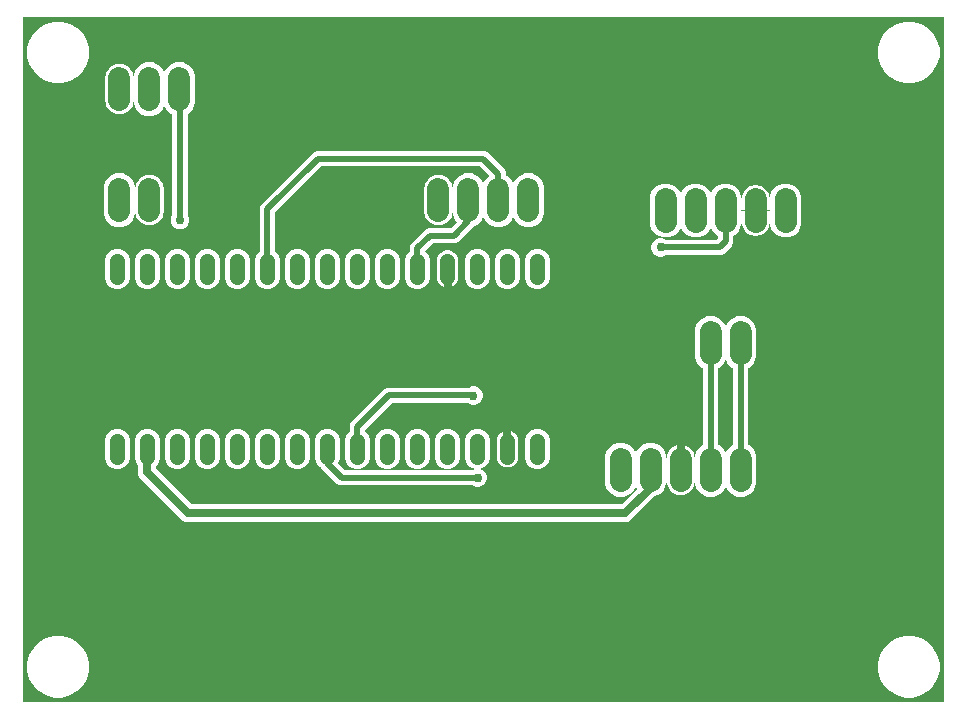
<source format=gbr>
G04 EAGLE Gerber RS-274X export*
G75*
%MOMM*%
%FSLAX34Y34*%
%LPD*%
%INTop Copper*%
%IPPOS*%
%AMOC8*
5,1,8,0,0,1.08239X$1,22.5*%
G01*
%ADD10C,1.308000*%
%ADD11C,1.879600*%
%ADD12C,0.700000*%
%ADD13C,0.756400*%
%ADD14C,0.500000*%

G36*
X789839Y10164D02*
X789839Y10164D01*
X789839Y10165D01*
X789839Y589835D01*
X789836Y589839D01*
X789835Y589839D01*
X10165Y589839D01*
X10161Y589836D01*
X10161Y589835D01*
X10161Y10165D01*
X10164Y10161D01*
X10165Y10161D01*
X789835Y10161D01*
X789839Y10164D01*
G37*
%LPC*%
G36*
X148508Y162499D02*
X148508Y162499D01*
X145751Y163641D01*
X108641Y200751D01*
X107499Y203508D01*
X107499Y210952D01*
X107498Y210954D01*
X107498Y210955D01*
X106564Y211889D01*
X104959Y215763D01*
X104959Y233037D01*
X106564Y236911D01*
X109529Y239876D01*
X113403Y241481D01*
X117597Y241481D01*
X121471Y239876D01*
X124436Y236911D01*
X126041Y233037D01*
X126041Y215763D01*
X124436Y211889D01*
X122502Y209955D01*
X122502Y209954D01*
X122502Y209953D01*
X122501Y209952D01*
X122501Y208109D01*
X122502Y208107D01*
X122502Y208106D01*
X153106Y177502D01*
X153108Y177502D01*
X153109Y177501D01*
X516891Y177501D01*
X516893Y177502D01*
X516894Y177502D01*
X529835Y190443D01*
X529836Y190445D01*
X529836Y190446D01*
X529836Y190448D01*
X528804Y192940D01*
X528803Y192941D01*
X528802Y192943D01*
X528801Y192942D01*
X528799Y192943D01*
X528798Y192941D01*
X528796Y192940D01*
X527459Y189712D01*
X523690Y185943D01*
X518765Y183903D01*
X513435Y183903D01*
X508510Y185943D01*
X504741Y189712D01*
X502701Y194637D01*
X502701Y218763D01*
X504741Y223688D01*
X508510Y227457D01*
X513435Y229497D01*
X518765Y229497D01*
X523690Y227457D01*
X527459Y223688D01*
X528796Y220460D01*
X528797Y220459D01*
X528798Y220457D01*
X528799Y220458D01*
X528801Y220457D01*
X528802Y220459D01*
X528804Y220460D01*
X530141Y223688D01*
X533910Y227457D01*
X538835Y229497D01*
X544165Y229497D01*
X549090Y227457D01*
X552859Y223688D01*
X554899Y218763D01*
X554899Y194637D01*
X552859Y189712D01*
X549090Y185943D01*
X544756Y184148D01*
X544756Y184147D01*
X544755Y184147D01*
X524249Y163641D01*
X521492Y162499D01*
X148508Y162499D01*
G37*
%LPD*%
%LPC*%
G36*
X215003Y359719D02*
X215003Y359719D01*
X211129Y361324D01*
X208164Y364289D01*
X206559Y368163D01*
X206559Y385437D01*
X208164Y389311D01*
X210598Y391745D01*
X210598Y391746D01*
X210598Y391747D01*
X210599Y391748D01*
X210599Y428393D01*
X211589Y430782D01*
X256318Y475511D01*
X258707Y476501D01*
X401293Y476501D01*
X403682Y475511D01*
X418211Y460982D01*
X419201Y458593D01*
X419201Y456211D01*
X419203Y456208D01*
X419203Y456207D01*
X420290Y455757D01*
X424059Y451988D01*
X425396Y448760D01*
X425397Y448759D01*
X425398Y448757D01*
X425399Y448758D01*
X425401Y448757D01*
X425402Y448759D01*
X425404Y448760D01*
X426741Y451988D01*
X430510Y455757D01*
X435435Y457797D01*
X440765Y457797D01*
X445690Y455757D01*
X449459Y451988D01*
X451499Y447063D01*
X451499Y422937D01*
X449459Y418012D01*
X445690Y414243D01*
X440765Y412203D01*
X435435Y412203D01*
X430510Y414243D01*
X426741Y418012D01*
X425404Y421240D01*
X425403Y421241D01*
X425402Y421243D01*
X425401Y421242D01*
X425399Y421243D01*
X425398Y421241D01*
X425396Y421240D01*
X424059Y418012D01*
X420290Y414243D01*
X415365Y412203D01*
X410035Y412203D01*
X405110Y414243D01*
X401341Y418012D01*
X400004Y421240D01*
X400003Y421241D01*
X400002Y421243D01*
X400001Y421242D01*
X399999Y421243D01*
X399998Y421241D01*
X399996Y421240D01*
X398659Y418012D01*
X394890Y414243D01*
X392410Y413216D01*
X392409Y413215D01*
X392408Y413215D01*
X378682Y399489D01*
X376293Y398499D01*
X357694Y398499D01*
X357693Y398498D01*
X357691Y398498D01*
X350773Y391580D01*
X350773Y391578D01*
X350772Y391578D01*
X350773Y391577D01*
X350773Y391574D01*
X353036Y389311D01*
X354641Y385437D01*
X354641Y368163D01*
X353036Y364289D01*
X350071Y361324D01*
X346197Y359719D01*
X342003Y359719D01*
X338129Y361324D01*
X335164Y364289D01*
X333559Y368163D01*
X333559Y385437D01*
X335164Y389311D01*
X337598Y391745D01*
X337598Y391746D01*
X337598Y391747D01*
X337599Y391748D01*
X337599Y395393D01*
X338589Y397782D01*
X351318Y410511D01*
X353707Y411501D01*
X372306Y411501D01*
X372307Y411502D01*
X372309Y411502D01*
X377377Y416570D01*
X377377Y416576D01*
X375941Y418012D01*
X373901Y422937D01*
X373901Y447063D01*
X375941Y451988D01*
X379710Y455757D01*
X384635Y457797D01*
X389965Y457797D01*
X394890Y455757D01*
X398659Y451988D01*
X399996Y448760D01*
X399997Y448759D01*
X399998Y448757D01*
X399999Y448758D01*
X400001Y448757D01*
X400002Y448759D01*
X400004Y448760D01*
X401341Y451988D01*
X405077Y455724D01*
X405077Y455725D01*
X405078Y455726D01*
X405077Y455727D01*
X405077Y455729D01*
X405077Y455730D01*
X397309Y463498D01*
X397307Y463498D01*
X397306Y463499D01*
X262694Y463499D01*
X262693Y463498D01*
X262691Y463498D01*
X223602Y424409D01*
X223602Y424407D01*
X223601Y424406D01*
X223601Y391748D01*
X223602Y391746D01*
X223602Y391745D01*
X226036Y389311D01*
X227641Y385437D01*
X227641Y368163D01*
X226036Y364289D01*
X223071Y361324D01*
X219197Y359719D01*
X215003Y359719D01*
G37*
%LPD*%
%LPC*%
G36*
X589635Y183903D02*
X589635Y183903D01*
X584710Y185943D01*
X580941Y189712D01*
X578901Y194637D01*
X578901Y218763D01*
X580941Y223688D01*
X584710Y227457D01*
X585797Y227907D01*
X585798Y227910D01*
X585799Y227911D01*
X585799Y292589D01*
X585797Y292592D01*
X585797Y292593D01*
X584710Y293043D01*
X580941Y296812D01*
X578901Y301737D01*
X578901Y325863D01*
X580941Y330788D01*
X584710Y334557D01*
X589635Y336597D01*
X594965Y336597D01*
X599890Y334557D01*
X603659Y330788D01*
X604996Y327560D01*
X604997Y327559D01*
X604998Y327557D01*
X604999Y327558D01*
X605001Y327557D01*
X605002Y327559D01*
X605004Y327560D01*
X606341Y330788D01*
X610110Y334557D01*
X615035Y336597D01*
X620365Y336597D01*
X625290Y334557D01*
X629059Y330788D01*
X631099Y325863D01*
X631099Y301737D01*
X629059Y296812D01*
X625290Y293043D01*
X624203Y292593D01*
X624202Y292590D01*
X624201Y292589D01*
X624201Y227911D01*
X624203Y227908D01*
X624203Y227907D01*
X625290Y227457D01*
X629059Y223688D01*
X631099Y218763D01*
X631099Y194637D01*
X629059Y189712D01*
X625290Y185943D01*
X620365Y183903D01*
X615035Y183903D01*
X610110Y185943D01*
X606341Y189712D01*
X605004Y192940D01*
X605003Y192941D01*
X605002Y192943D01*
X605001Y192942D01*
X604999Y192943D01*
X604998Y192941D01*
X604996Y192940D01*
X603659Y189712D01*
X599890Y185943D01*
X594965Y183903D01*
X589635Y183903D01*
G37*
%LPD*%
%LPC*%
G36*
X548452Y387217D02*
X548452Y387217D01*
X545591Y388402D01*
X543402Y390591D01*
X542217Y393452D01*
X542217Y396548D01*
X543402Y399409D01*
X545591Y401598D01*
X548452Y402783D01*
X551548Y402783D01*
X554409Y401598D01*
X554504Y401502D01*
X554506Y401502D01*
X554507Y401501D01*
X597306Y401501D01*
X597307Y401502D01*
X597309Y401502D01*
X598498Y402691D01*
X598498Y402693D01*
X598499Y402694D01*
X598499Y404989D01*
X598497Y404992D01*
X598497Y404993D01*
X597410Y405443D01*
X593641Y409212D01*
X592304Y412440D01*
X592303Y412441D01*
X592302Y412443D01*
X592301Y412442D01*
X592299Y412443D01*
X592298Y412441D01*
X592296Y412440D01*
X590959Y409212D01*
X587190Y405443D01*
X582265Y403403D01*
X576935Y403403D01*
X572010Y405443D01*
X568241Y409212D01*
X566904Y412440D01*
X566903Y412441D01*
X566902Y412443D01*
X566901Y412442D01*
X566899Y412443D01*
X566898Y412441D01*
X566896Y412440D01*
X565559Y409212D01*
X561790Y405443D01*
X556865Y403403D01*
X551535Y403403D01*
X546610Y405443D01*
X542841Y409212D01*
X540801Y414137D01*
X540801Y438263D01*
X542841Y443188D01*
X546610Y446957D01*
X551535Y448997D01*
X556865Y448997D01*
X561790Y446957D01*
X565559Y443188D01*
X566896Y439960D01*
X566897Y439959D01*
X566898Y439957D01*
X566899Y439958D01*
X566901Y439957D01*
X566902Y439959D01*
X566904Y439960D01*
X568241Y443188D01*
X572010Y446957D01*
X576935Y448997D01*
X582265Y448997D01*
X587190Y446957D01*
X590959Y443188D01*
X592296Y439960D01*
X592297Y439959D01*
X592298Y439957D01*
X592299Y439958D01*
X592301Y439957D01*
X592302Y439959D01*
X592304Y439960D01*
X593641Y443188D01*
X597410Y446957D01*
X602335Y448997D01*
X607665Y448997D01*
X612590Y446957D01*
X616359Y443188D01*
X618399Y438263D01*
X618399Y414137D01*
X616359Y409212D01*
X612590Y405443D01*
X611503Y404993D01*
X611502Y404990D01*
X611501Y404989D01*
X611501Y398707D01*
X610511Y396318D01*
X603682Y389489D01*
X601293Y388499D01*
X554507Y388499D01*
X554506Y388498D01*
X554504Y388498D01*
X554409Y388402D01*
X551548Y387217D01*
X548452Y387217D01*
G37*
%LPD*%
%LPC*%
G36*
X141452Y410217D02*
X141452Y410217D01*
X138591Y411402D01*
X136402Y413591D01*
X135217Y416452D01*
X135217Y419548D01*
X136402Y422409D01*
X136498Y422504D01*
X136498Y422506D01*
X136499Y422507D01*
X136499Y507623D01*
X136497Y507626D01*
X136497Y507627D01*
X135010Y508243D01*
X131241Y512012D01*
X129904Y515240D01*
X129903Y515241D01*
X129902Y515243D01*
X129901Y515242D01*
X129899Y515243D01*
X129898Y515241D01*
X129896Y515240D01*
X128559Y512012D01*
X124790Y508243D01*
X119865Y506203D01*
X114535Y506203D01*
X109610Y508243D01*
X105841Y512012D01*
X103801Y516937D01*
X103801Y541063D01*
X105841Y545988D01*
X109610Y549757D01*
X114535Y551797D01*
X119865Y551797D01*
X124790Y549757D01*
X128559Y545988D01*
X129896Y542760D01*
X129897Y542759D01*
X129898Y542757D01*
X129899Y542758D01*
X129901Y542757D01*
X129902Y542759D01*
X129904Y542760D01*
X131241Y545988D01*
X135010Y549757D01*
X139935Y551797D01*
X145265Y551797D01*
X150190Y549757D01*
X153959Y545988D01*
X155999Y541063D01*
X155999Y516937D01*
X153959Y512012D01*
X150190Y508243D01*
X149503Y507959D01*
X149502Y507957D01*
X149501Y507955D01*
X149501Y422507D01*
X149502Y422506D01*
X149502Y422504D01*
X149598Y422409D01*
X150783Y419548D01*
X150783Y416452D01*
X149598Y413591D01*
X147409Y411402D01*
X144548Y410217D01*
X141452Y410217D01*
G37*
%LPD*%
%LPC*%
G36*
X393452Y192217D02*
X393452Y192217D01*
X390591Y193402D01*
X390496Y193498D01*
X390494Y193498D01*
X390493Y193499D01*
X278707Y193499D01*
X276318Y194489D01*
X274488Y196318D01*
X262389Y208418D01*
X262232Y208797D01*
X262230Y208798D01*
X262229Y208800D01*
X261929Y208924D01*
X258964Y211889D01*
X257359Y215763D01*
X257359Y233037D01*
X258964Y236911D01*
X261929Y239876D01*
X265803Y241481D01*
X269997Y241481D01*
X273871Y239876D01*
X276836Y236911D01*
X278441Y233037D01*
X278441Y215763D01*
X276974Y212223D01*
X276975Y212220D01*
X276975Y212218D01*
X282691Y206502D01*
X282693Y206502D01*
X282694Y206501D01*
X390493Y206501D01*
X390494Y206502D01*
X390496Y206502D01*
X390591Y206598D01*
X392559Y207413D01*
X392559Y207414D01*
X392561Y207415D01*
X392560Y207416D01*
X392561Y207418D01*
X392559Y207419D01*
X392559Y207421D01*
X388929Y208924D01*
X385964Y211889D01*
X384359Y215763D01*
X384359Y233037D01*
X385964Y236911D01*
X388929Y239876D01*
X392803Y241481D01*
X396997Y241481D01*
X400871Y239876D01*
X403836Y236911D01*
X405441Y233037D01*
X405441Y215763D01*
X403836Y211889D01*
X400871Y208924D01*
X397341Y207462D01*
X397341Y207461D01*
X397339Y207460D01*
X397340Y207459D01*
X397339Y207457D01*
X397341Y207456D01*
X397341Y207454D01*
X399409Y206598D01*
X401598Y204409D01*
X402783Y201548D01*
X402783Y198452D01*
X401598Y195591D01*
X399409Y193402D01*
X396548Y192217D01*
X393452Y192217D01*
G37*
%LPD*%
%LPC*%
G36*
X291203Y207319D02*
X291203Y207319D01*
X287329Y208924D01*
X284364Y211889D01*
X282759Y215763D01*
X282759Y233037D01*
X284364Y236911D01*
X286798Y239345D01*
X286798Y239347D01*
X286799Y239348D01*
X286799Y244593D01*
X287789Y246982D01*
X316018Y275211D01*
X318407Y276201D01*
X387339Y276201D01*
X387340Y276201D01*
X387341Y276201D01*
X389952Y277283D01*
X393048Y277283D01*
X395909Y276098D01*
X398098Y273909D01*
X399283Y271048D01*
X399283Y267952D01*
X398098Y265091D01*
X395909Y262902D01*
X393048Y261717D01*
X389952Y261717D01*
X387091Y262902D01*
X386796Y263198D01*
X386794Y263198D01*
X386793Y263199D01*
X322394Y263199D01*
X322393Y263198D01*
X322391Y263198D01*
X299802Y240609D01*
X299802Y240607D01*
X299801Y240606D01*
X299801Y239348D01*
X299802Y239346D01*
X299802Y239345D01*
X302236Y236911D01*
X303841Y233037D01*
X303841Y215763D01*
X302236Y211889D01*
X299271Y208924D01*
X295397Y207319D01*
X291203Y207319D01*
G37*
%LPD*%
%LPC*%
G36*
X756556Y533839D02*
X756556Y533839D01*
X749902Y535622D01*
X743937Y539066D01*
X739066Y543937D01*
X735622Y549902D01*
X733839Y556556D01*
X733839Y563444D01*
X735622Y570098D01*
X739066Y576063D01*
X743937Y580934D01*
X749902Y584378D01*
X756556Y586161D01*
X763444Y586161D01*
X770098Y584378D01*
X776063Y580934D01*
X780934Y576063D01*
X784378Y570098D01*
X786161Y563444D01*
X786161Y556556D01*
X784378Y549902D01*
X780934Y543937D01*
X776063Y539066D01*
X770098Y535622D01*
X763444Y533839D01*
X756556Y533839D01*
G37*
%LPD*%
%LPC*%
G36*
X36556Y533839D02*
X36556Y533839D01*
X29902Y535622D01*
X23937Y539066D01*
X19066Y543937D01*
X15622Y549902D01*
X13839Y556556D01*
X13839Y563444D01*
X15622Y570098D01*
X19066Y576063D01*
X23937Y580934D01*
X29902Y584378D01*
X36556Y586161D01*
X43444Y586161D01*
X50098Y584378D01*
X56063Y580934D01*
X60934Y576063D01*
X64378Y570098D01*
X66161Y563444D01*
X66161Y556556D01*
X64378Y549902D01*
X60934Y543937D01*
X56063Y539066D01*
X50098Y535622D01*
X43444Y533839D01*
X36556Y533839D01*
G37*
%LPD*%
%LPC*%
G36*
X36556Y13839D02*
X36556Y13839D01*
X29902Y15622D01*
X23937Y19066D01*
X19066Y23937D01*
X15622Y29902D01*
X13839Y36556D01*
X13839Y43444D01*
X15622Y50098D01*
X19066Y56063D01*
X23937Y60934D01*
X29902Y64378D01*
X36556Y66161D01*
X43444Y66161D01*
X50098Y64378D01*
X56063Y60934D01*
X60934Y56063D01*
X64378Y50098D01*
X66161Y43444D01*
X66161Y36556D01*
X64378Y29902D01*
X60934Y23937D01*
X56063Y19066D01*
X50098Y15622D01*
X43444Y13839D01*
X36556Y13839D01*
G37*
%LPD*%
%LPC*%
G36*
X756556Y13839D02*
X756556Y13839D01*
X749902Y15622D01*
X743937Y19066D01*
X739066Y23937D01*
X735622Y29902D01*
X733839Y36556D01*
X733839Y43444D01*
X735622Y50098D01*
X739066Y56063D01*
X743937Y60934D01*
X749902Y64378D01*
X756556Y66161D01*
X763444Y66161D01*
X770098Y64378D01*
X776063Y60934D01*
X780934Y56063D01*
X784378Y50098D01*
X786161Y43444D01*
X786161Y36556D01*
X784378Y29902D01*
X780934Y23937D01*
X776063Y19066D01*
X770098Y15622D01*
X763444Y13839D01*
X756556Y13839D01*
G37*
%LPD*%
%LPC*%
G36*
X653135Y403403D02*
X653135Y403403D01*
X648210Y405443D01*
X644441Y409212D01*
X642401Y414137D01*
X642401Y438263D01*
X644441Y443188D01*
X648210Y446957D01*
X653135Y448997D01*
X658465Y448997D01*
X663390Y446957D01*
X667159Y443188D01*
X669199Y438263D01*
X669199Y414137D01*
X667159Y409212D01*
X663390Y405443D01*
X658465Y403403D01*
X653135Y403403D01*
G37*
%LPD*%
%LPC*%
G36*
X89135Y412203D02*
X89135Y412203D01*
X84210Y414243D01*
X80441Y418012D01*
X78401Y422937D01*
X78401Y447063D01*
X80441Y451988D01*
X84210Y455757D01*
X89135Y457797D01*
X94465Y457797D01*
X99390Y455757D01*
X103159Y451988D01*
X105199Y447063D01*
X105199Y422937D01*
X103159Y418012D01*
X99390Y414243D01*
X94465Y412203D01*
X89135Y412203D01*
G37*
%LPD*%
G36*
X605002Y220459D02*
X605002Y220459D01*
X605004Y220460D01*
X606341Y223688D01*
X610110Y227457D01*
X611197Y227907D01*
X611198Y227910D01*
X611199Y227911D01*
X611199Y292589D01*
X611197Y292592D01*
X611197Y292593D01*
X610110Y293043D01*
X606341Y296812D01*
X605004Y300040D01*
X605003Y300041D01*
X605002Y300043D01*
X605001Y300042D01*
X604999Y300043D01*
X604998Y300041D01*
X604996Y300040D01*
X603659Y296812D01*
X599890Y293043D01*
X598803Y292593D01*
X598802Y292590D01*
X598801Y292589D01*
X598801Y227911D01*
X598803Y227908D01*
X598803Y227907D01*
X599890Y227457D01*
X603659Y223688D01*
X604996Y220460D01*
X604997Y220459D01*
X604998Y220457D01*
X604999Y220458D01*
X605001Y220457D01*
X605002Y220459D01*
G37*
%LPC*%
G36*
X265803Y359719D02*
X265803Y359719D01*
X261929Y361324D01*
X258964Y364289D01*
X257359Y368163D01*
X257359Y385437D01*
X258964Y389311D01*
X261929Y392276D01*
X265803Y393881D01*
X269997Y393881D01*
X273871Y392276D01*
X276836Y389311D01*
X278441Y385437D01*
X278441Y368163D01*
X276836Y364289D01*
X273871Y361324D01*
X269997Y359719D01*
X265803Y359719D01*
G37*
%LPD*%
%LPC*%
G36*
X240403Y359719D02*
X240403Y359719D01*
X236529Y361324D01*
X233564Y364289D01*
X231959Y368163D01*
X231959Y385437D01*
X233564Y389311D01*
X236529Y392276D01*
X240403Y393881D01*
X244597Y393881D01*
X248471Y392276D01*
X251436Y389311D01*
X253041Y385437D01*
X253041Y368163D01*
X251436Y364289D01*
X248471Y361324D01*
X244597Y359719D01*
X240403Y359719D01*
G37*
%LPD*%
%LPC*%
G36*
X189603Y359719D02*
X189603Y359719D01*
X185729Y361324D01*
X182764Y364289D01*
X181159Y368163D01*
X181159Y385437D01*
X182764Y389311D01*
X185729Y392276D01*
X189603Y393881D01*
X193797Y393881D01*
X197671Y392276D01*
X200636Y389311D01*
X202241Y385437D01*
X202241Y368163D01*
X200636Y364289D01*
X197671Y361324D01*
X193797Y359719D01*
X189603Y359719D01*
G37*
%LPD*%
%LPC*%
G36*
X316603Y207319D02*
X316603Y207319D01*
X312729Y208924D01*
X309764Y211889D01*
X308159Y215763D01*
X308159Y233037D01*
X309764Y236911D01*
X312729Y239876D01*
X316603Y241481D01*
X320797Y241481D01*
X324671Y239876D01*
X327636Y236911D01*
X329241Y233037D01*
X329241Y215763D01*
X327636Y211889D01*
X324671Y208924D01*
X320797Y207319D01*
X316603Y207319D01*
G37*
%LPD*%
%LPC*%
G36*
X342003Y207319D02*
X342003Y207319D01*
X338129Y208924D01*
X335164Y211889D01*
X333559Y215763D01*
X333559Y233037D01*
X335164Y236911D01*
X338129Y239876D01*
X342003Y241481D01*
X346197Y241481D01*
X350071Y239876D01*
X353036Y236911D01*
X354641Y233037D01*
X354641Y215763D01*
X353036Y211889D01*
X350071Y208924D01*
X346197Y207319D01*
X342003Y207319D01*
G37*
%LPD*%
%LPC*%
G36*
X367403Y207319D02*
X367403Y207319D01*
X363529Y208924D01*
X360564Y211889D01*
X358959Y215763D01*
X358959Y233037D01*
X360564Y236911D01*
X363529Y239876D01*
X367403Y241481D01*
X371597Y241481D01*
X375471Y239876D01*
X378436Y236911D01*
X380041Y233037D01*
X380041Y215763D01*
X378436Y211889D01*
X375471Y208924D01*
X371597Y207319D01*
X367403Y207319D01*
G37*
%LPD*%
%LPC*%
G36*
X88003Y207319D02*
X88003Y207319D01*
X84129Y208924D01*
X81164Y211889D01*
X79559Y215763D01*
X79559Y233037D01*
X81164Y236911D01*
X84129Y239876D01*
X88003Y241481D01*
X92197Y241481D01*
X96071Y239876D01*
X99036Y236911D01*
X100641Y233037D01*
X100641Y215763D01*
X99036Y211889D01*
X96071Y208924D01*
X92197Y207319D01*
X88003Y207319D01*
G37*
%LPD*%
%LPC*%
G36*
X189603Y207319D02*
X189603Y207319D01*
X185729Y208924D01*
X182764Y211889D01*
X181159Y215763D01*
X181159Y233037D01*
X182764Y236911D01*
X185729Y239876D01*
X189603Y241481D01*
X193797Y241481D01*
X197671Y239876D01*
X200636Y236911D01*
X202241Y233037D01*
X202241Y215763D01*
X200636Y211889D01*
X197671Y208924D01*
X193797Y207319D01*
X189603Y207319D01*
G37*
%LPD*%
%LPC*%
G36*
X138803Y207319D02*
X138803Y207319D01*
X134929Y208924D01*
X131964Y211889D01*
X130359Y215763D01*
X130359Y233037D01*
X131964Y236911D01*
X134929Y239876D01*
X138803Y241481D01*
X142997Y241481D01*
X146871Y239876D01*
X149836Y236911D01*
X151441Y233037D01*
X151441Y215763D01*
X149836Y211889D01*
X146871Y208924D01*
X142997Y207319D01*
X138803Y207319D01*
G37*
%LPD*%
%LPC*%
G36*
X443603Y207319D02*
X443603Y207319D01*
X439729Y208924D01*
X436764Y211889D01*
X435159Y215763D01*
X435159Y233037D01*
X436764Y236911D01*
X439729Y239876D01*
X443603Y241481D01*
X447797Y241481D01*
X451671Y239876D01*
X454636Y236911D01*
X456241Y233037D01*
X456241Y215763D01*
X454636Y211889D01*
X451671Y208924D01*
X447797Y207319D01*
X443603Y207319D01*
G37*
%LPD*%
%LPC*%
G36*
X240403Y207319D02*
X240403Y207319D01*
X236529Y208924D01*
X233564Y211889D01*
X231959Y215763D01*
X231959Y233037D01*
X233564Y236911D01*
X236529Y239876D01*
X240403Y241481D01*
X244597Y241481D01*
X248471Y239876D01*
X251436Y236911D01*
X253041Y233037D01*
X253041Y215763D01*
X251436Y211889D01*
X248471Y208924D01*
X244597Y207319D01*
X240403Y207319D01*
G37*
%LPD*%
%LPC*%
G36*
X215003Y207319D02*
X215003Y207319D01*
X211129Y208924D01*
X208164Y211889D01*
X206559Y215763D01*
X206559Y233037D01*
X208164Y236911D01*
X211129Y239876D01*
X215003Y241481D01*
X219197Y241481D01*
X223071Y239876D01*
X226036Y236911D01*
X227641Y233037D01*
X227641Y215763D01*
X226036Y211889D01*
X223071Y208924D01*
X219197Y207319D01*
X215003Y207319D01*
G37*
%LPD*%
%LPC*%
G36*
X164203Y207319D02*
X164203Y207319D01*
X160329Y208924D01*
X157364Y211889D01*
X155759Y215763D01*
X155759Y233037D01*
X157364Y236911D01*
X160329Y239876D01*
X164203Y241481D01*
X168397Y241481D01*
X172271Y239876D01*
X175236Y236911D01*
X176841Y233037D01*
X176841Y215763D01*
X175236Y211889D01*
X172271Y208924D01*
X168397Y207319D01*
X164203Y207319D01*
G37*
%LPD*%
%LPC*%
G36*
X164203Y359719D02*
X164203Y359719D01*
X160329Y361324D01*
X157364Y364289D01*
X155759Y368163D01*
X155759Y385437D01*
X157364Y389311D01*
X160329Y392276D01*
X164203Y393881D01*
X168397Y393881D01*
X172271Y392276D01*
X175236Y389311D01*
X176841Y385437D01*
X176841Y368163D01*
X175236Y364289D01*
X172271Y361324D01*
X168397Y359719D01*
X164203Y359719D01*
G37*
%LPD*%
%LPC*%
G36*
X138803Y359719D02*
X138803Y359719D01*
X134929Y361324D01*
X131964Y364289D01*
X130359Y368163D01*
X130359Y385437D01*
X131964Y389311D01*
X134929Y392276D01*
X138803Y393881D01*
X142997Y393881D01*
X146871Y392276D01*
X149836Y389311D01*
X151441Y385437D01*
X151441Y368163D01*
X149836Y364289D01*
X146871Y361324D01*
X142997Y359719D01*
X138803Y359719D01*
G37*
%LPD*%
%LPC*%
G36*
X113403Y359719D02*
X113403Y359719D01*
X109529Y361324D01*
X106564Y364289D01*
X104959Y368163D01*
X104959Y385437D01*
X106564Y389311D01*
X109529Y392276D01*
X113403Y393881D01*
X117597Y393881D01*
X121471Y392276D01*
X124436Y389311D01*
X126041Y385437D01*
X126041Y368163D01*
X124436Y364289D01*
X121471Y361324D01*
X117597Y359719D01*
X113403Y359719D01*
G37*
%LPD*%
%LPC*%
G36*
X88003Y359719D02*
X88003Y359719D01*
X84129Y361324D01*
X81164Y364289D01*
X79559Y368163D01*
X79559Y385437D01*
X81164Y389311D01*
X84129Y392276D01*
X88003Y393881D01*
X92197Y393881D01*
X96071Y392276D01*
X99036Y389311D01*
X100641Y385437D01*
X100641Y368163D01*
X99036Y364289D01*
X96071Y361324D01*
X92197Y359719D01*
X88003Y359719D01*
G37*
%LPD*%
%LPC*%
G36*
X443603Y359719D02*
X443603Y359719D01*
X439729Y361324D01*
X436764Y364289D01*
X435159Y368163D01*
X435159Y385437D01*
X436764Y389311D01*
X439729Y392276D01*
X443603Y393881D01*
X447797Y393881D01*
X451671Y392276D01*
X454636Y389311D01*
X456241Y385437D01*
X456241Y368163D01*
X454636Y364289D01*
X451671Y361324D01*
X447797Y359719D01*
X443603Y359719D01*
G37*
%LPD*%
%LPC*%
G36*
X418203Y359719D02*
X418203Y359719D01*
X414329Y361324D01*
X411364Y364289D01*
X409759Y368163D01*
X409759Y385437D01*
X411364Y389311D01*
X414329Y392276D01*
X418203Y393881D01*
X422397Y393881D01*
X426271Y392276D01*
X429236Y389311D01*
X430841Y385437D01*
X430841Y368163D01*
X429236Y364289D01*
X426271Y361324D01*
X422397Y359719D01*
X418203Y359719D01*
G37*
%LPD*%
%LPC*%
G36*
X392803Y359719D02*
X392803Y359719D01*
X388929Y361324D01*
X385964Y364289D01*
X384359Y368163D01*
X384359Y385437D01*
X385964Y389311D01*
X388929Y392276D01*
X392803Y393881D01*
X396997Y393881D01*
X400871Y392276D01*
X403836Y389311D01*
X405441Y385437D01*
X405441Y368163D01*
X403836Y364289D01*
X400871Y361324D01*
X396997Y359719D01*
X392803Y359719D01*
G37*
%LPD*%
%LPC*%
G36*
X316603Y359719D02*
X316603Y359719D01*
X312729Y361324D01*
X309764Y364289D01*
X308159Y368163D01*
X308159Y385437D01*
X309764Y389311D01*
X312729Y392276D01*
X316603Y393881D01*
X320797Y393881D01*
X324671Y392276D01*
X327636Y389311D01*
X329241Y385437D01*
X329241Y368163D01*
X327636Y364289D01*
X324671Y361324D01*
X320797Y359719D01*
X316603Y359719D01*
G37*
%LPD*%
%LPC*%
G36*
X291203Y359719D02*
X291203Y359719D01*
X287329Y361324D01*
X284364Y364289D01*
X282759Y368163D01*
X282759Y385437D01*
X284364Y389311D01*
X287329Y392276D01*
X291203Y393881D01*
X295397Y393881D01*
X299271Y392276D01*
X302236Y389311D01*
X303841Y385437D01*
X303841Y368163D01*
X302236Y364289D01*
X299271Y361324D01*
X295397Y359719D01*
X291203Y359719D01*
G37*
%LPD*%
%LPC*%
G36*
X91809Y529009D02*
X91809Y529009D01*
X91809Y550337D01*
X92740Y550337D01*
X94596Y550043D01*
X96383Y549462D01*
X98057Y548609D01*
X99578Y547504D01*
X100906Y546176D01*
X102011Y544655D01*
X102864Y542981D01*
X103445Y541194D01*
X103739Y539338D01*
X103739Y529009D01*
X91809Y529009D01*
G37*
%LPD*%
%LPC*%
G36*
X566909Y206709D02*
X566909Y206709D01*
X566909Y228037D01*
X567840Y228037D01*
X569696Y227743D01*
X571483Y227162D01*
X573157Y226309D01*
X574678Y225204D01*
X576006Y223876D01*
X577111Y222355D01*
X577964Y220681D01*
X578545Y218894D01*
X578839Y217038D01*
X578839Y206709D01*
X566909Y206709D01*
G37*
%LPD*%
%LPC*%
G36*
X630409Y426209D02*
X630409Y426209D01*
X630409Y447537D01*
X631340Y447537D01*
X633196Y447243D01*
X634983Y446662D01*
X636657Y445809D01*
X638178Y444704D01*
X639506Y443376D01*
X640611Y441855D01*
X641464Y440181D01*
X642045Y438394D01*
X642339Y436538D01*
X642339Y426209D01*
X630409Y426209D01*
G37*
%LPD*%
%LPC*%
G36*
X361909Y435009D02*
X361909Y435009D01*
X361909Y456337D01*
X362840Y456337D01*
X364696Y456043D01*
X366483Y455462D01*
X368157Y454609D01*
X369678Y453504D01*
X371006Y452176D01*
X372111Y450655D01*
X372964Y448981D01*
X373545Y447194D01*
X373839Y445338D01*
X373839Y435009D01*
X361909Y435009D01*
G37*
%LPD*%
%LPC*%
G36*
X117209Y435009D02*
X117209Y435009D01*
X117209Y456337D01*
X118140Y456337D01*
X119996Y456043D01*
X121783Y455462D01*
X123457Y454609D01*
X124978Y453504D01*
X126306Y452176D01*
X127411Y450655D01*
X128264Y448981D01*
X128845Y447194D01*
X129139Y445338D01*
X129139Y435009D01*
X117209Y435009D01*
G37*
%LPD*%
%LPC*%
G36*
X117209Y413663D02*
X117209Y413663D01*
X117209Y434991D01*
X129139Y434991D01*
X129139Y424662D01*
X129138Y424660D01*
X129138Y424659D01*
X129138Y424655D01*
X129137Y424651D01*
X129136Y424647D01*
X129136Y424643D01*
X129136Y424642D01*
X129135Y424638D01*
X129134Y424634D01*
X129134Y424630D01*
X129133Y424626D01*
X129133Y424625D01*
X129132Y424621D01*
X129131Y424613D01*
X129130Y424604D01*
X129129Y424600D01*
X129128Y424596D01*
X129128Y424592D01*
X129127Y424592D01*
X129128Y424591D01*
X129127Y424587D01*
X129126Y424583D01*
X129126Y424579D01*
X129125Y424579D01*
X129126Y424579D01*
X129125Y424575D01*
X129125Y424574D01*
X129124Y424570D01*
X129123Y424566D01*
X129122Y424558D01*
X129122Y424557D01*
X129121Y424553D01*
X129121Y424549D01*
X129120Y424545D01*
X129119Y424541D01*
X129119Y424540D01*
X129119Y424536D01*
X129118Y424532D01*
X129117Y424528D01*
X129117Y424524D01*
X129117Y424523D01*
X129116Y424519D01*
X129115Y424515D01*
X129115Y424511D01*
X129113Y424502D01*
X129113Y424498D01*
X129112Y424494D01*
X129111Y424490D01*
X129111Y424489D01*
X129111Y424485D01*
X129110Y424481D01*
X129109Y424477D01*
X129109Y424473D01*
X129109Y424472D01*
X129108Y424468D01*
X129107Y424464D01*
X129106Y424456D01*
X129106Y424455D01*
X129105Y424447D01*
X129104Y424443D01*
X129103Y424439D01*
X129103Y424438D01*
X129103Y424434D01*
X129102Y424430D01*
X129101Y424426D01*
X129101Y424422D01*
X129101Y424421D01*
X129100Y424417D01*
X129099Y424413D01*
X129099Y424409D01*
X129097Y424400D01*
X129096Y424392D01*
X129095Y424388D01*
X129095Y424387D01*
X129095Y424383D01*
X129094Y424379D01*
X129093Y424375D01*
X129093Y424371D01*
X129092Y424371D01*
X129093Y424370D01*
X129092Y424366D01*
X129091Y424362D01*
X129091Y424358D01*
X129090Y424358D01*
X129090Y424354D01*
X129090Y424353D01*
X129088Y424345D01*
X129087Y424337D01*
X129087Y424336D01*
X129086Y424332D01*
X129086Y424328D01*
X129085Y424324D01*
X129084Y424320D01*
X129084Y424319D01*
X129084Y424315D01*
X129083Y424311D01*
X129082Y424307D01*
X129082Y424303D01*
X129082Y424302D01*
X129081Y424298D01*
X129080Y424290D01*
X129078Y424281D01*
X129078Y424277D01*
X129077Y424273D01*
X129076Y424269D01*
X129076Y424268D01*
X129076Y424264D01*
X129075Y424260D01*
X129074Y424256D01*
X129074Y424252D01*
X129074Y424251D01*
X129073Y424247D01*
X129072Y424243D01*
X129071Y424235D01*
X129071Y424234D01*
X129070Y424226D01*
X129069Y424222D01*
X129068Y424218D01*
X129068Y424217D01*
X129068Y424213D01*
X129067Y424209D01*
X129066Y424205D01*
X129066Y424201D01*
X129066Y424200D01*
X129065Y424196D01*
X129064Y424192D01*
X129064Y424188D01*
X129062Y424179D01*
X129062Y424175D01*
X129061Y424171D01*
X129060Y424167D01*
X129060Y424166D01*
X129060Y424162D01*
X129059Y424158D01*
X129058Y424154D01*
X129058Y424150D01*
X129057Y424150D01*
X129058Y424149D01*
X129057Y424145D01*
X129056Y424141D01*
X129056Y424137D01*
X129055Y424137D01*
X129055Y424133D01*
X129055Y424132D01*
X129053Y424124D01*
X129053Y424120D01*
X129052Y424116D01*
X129052Y424115D01*
X129051Y424111D01*
X129051Y424107D01*
X129050Y424103D01*
X129049Y424099D01*
X129049Y424098D01*
X129049Y424094D01*
X129048Y424090D01*
X129047Y424086D01*
X129046Y424077D01*
X129045Y424069D01*
X129044Y424065D01*
X129044Y424064D01*
X129043Y424060D01*
X129043Y424056D01*
X129042Y424052D01*
X129041Y424048D01*
X129041Y424047D01*
X129041Y424043D01*
X129040Y424039D01*
X129039Y424035D01*
X129039Y424031D01*
X129039Y424030D01*
X129037Y424022D01*
X129036Y424014D01*
X129036Y424013D01*
X129035Y424009D01*
X129035Y424005D01*
X129034Y424001D01*
X129033Y423997D01*
X129033Y423996D01*
X129033Y423992D01*
X129032Y423988D01*
X129031Y423984D01*
X129031Y423980D01*
X129031Y423979D01*
X129030Y423975D01*
X129029Y423967D01*
X129027Y423958D01*
X129027Y423954D01*
X129026Y423950D01*
X129025Y423946D01*
X129025Y423945D01*
X129025Y423941D01*
X129024Y423937D01*
X129023Y423933D01*
X129023Y423929D01*
X129022Y423929D01*
X129023Y423928D01*
X129022Y423924D01*
X129021Y423920D01*
X129020Y423912D01*
X129020Y423911D01*
X129018Y423903D01*
X129018Y423899D01*
X129017Y423895D01*
X129017Y423894D01*
X129016Y423890D01*
X129016Y423886D01*
X129015Y423882D01*
X129014Y423878D01*
X129014Y423877D01*
X129014Y423873D01*
X129013Y423869D01*
X129012Y423865D01*
X129011Y423856D01*
X129010Y423848D01*
X129009Y423844D01*
X129009Y423843D01*
X129008Y423839D01*
X129008Y423835D01*
X129007Y423831D01*
X129006Y423827D01*
X129006Y423826D01*
X129006Y423822D01*
X129005Y423818D01*
X129004Y423814D01*
X129004Y423810D01*
X129004Y423809D01*
X129002Y423801D01*
X129002Y423797D01*
X129001Y423793D01*
X129001Y423792D01*
X129000Y423788D01*
X129000Y423784D01*
X128999Y423780D01*
X128998Y423776D01*
X128998Y423775D01*
X128998Y423771D01*
X128997Y423767D01*
X128996Y423763D01*
X128996Y423759D01*
X128995Y423754D01*
X128994Y423746D01*
X128993Y423742D01*
X128993Y423741D01*
X128992Y423737D01*
X128992Y423733D01*
X128991Y423729D01*
X128990Y423725D01*
X128990Y423724D01*
X128990Y423720D01*
X128989Y423716D01*
X128988Y423712D01*
X128988Y423708D01*
X128987Y423708D01*
X128988Y423707D01*
X128986Y423699D01*
X128985Y423691D01*
X128985Y423690D01*
X128984Y423686D01*
X128983Y423682D01*
X128983Y423678D01*
X128982Y423674D01*
X128982Y423673D01*
X128981Y423669D01*
X128981Y423665D01*
X128980Y423661D01*
X128979Y423657D01*
X128979Y423656D01*
X128979Y423652D01*
X128977Y423644D01*
X128976Y423635D01*
X128975Y423631D01*
X128975Y423627D01*
X128974Y423623D01*
X128974Y423622D01*
X128973Y423618D01*
X128973Y423614D01*
X128972Y423610D01*
X128971Y423606D01*
X128971Y423605D01*
X128971Y423601D01*
X128970Y423597D01*
X128969Y423589D01*
X128969Y423588D01*
X128967Y423580D01*
X128967Y423576D01*
X128966Y423572D01*
X128966Y423571D01*
X128965Y423567D01*
X128965Y423563D01*
X128964Y423559D01*
X128963Y423555D01*
X128963Y423554D01*
X128963Y423550D01*
X128962Y423546D01*
X128961Y423542D01*
X128960Y423533D01*
X128959Y423525D01*
X128958Y423521D01*
X128958Y423520D01*
X128957Y423516D01*
X128957Y423512D01*
X128956Y423508D01*
X128955Y423504D01*
X128955Y423503D01*
X128955Y423499D01*
X128954Y423495D01*
X128953Y423491D01*
X128953Y423487D01*
X128952Y423487D01*
X128953Y423486D01*
X128951Y423478D01*
X128950Y423470D01*
X128950Y423469D01*
X128949Y423465D01*
X128948Y423461D01*
X128948Y423457D01*
X128947Y423453D01*
X128947Y423452D01*
X128946Y423448D01*
X128946Y423444D01*
X128945Y423440D01*
X128944Y423436D01*
X128944Y423431D01*
X128942Y423423D01*
X128942Y423419D01*
X128942Y423418D01*
X128941Y423414D01*
X128940Y423410D01*
X128940Y423406D01*
X128939Y423402D01*
X128939Y423401D01*
X128938Y423397D01*
X128938Y423393D01*
X128937Y423389D01*
X128936Y423385D01*
X128936Y423384D01*
X128936Y423380D01*
X128935Y423376D01*
X128934Y423368D01*
X128934Y423367D01*
X128933Y423363D01*
X128932Y423359D01*
X128932Y423355D01*
X128931Y423351D01*
X128931Y423350D01*
X128930Y423346D01*
X128930Y423342D01*
X128929Y423338D01*
X128928Y423334D01*
X128928Y423333D01*
X128928Y423329D01*
X128926Y423321D01*
X128925Y423312D01*
X128924Y423308D01*
X128924Y423304D01*
X128923Y423300D01*
X128923Y423299D01*
X128922Y423295D01*
X128922Y423291D01*
X128921Y423287D01*
X128920Y423283D01*
X128920Y423282D01*
X128920Y423278D01*
X128919Y423274D01*
X128918Y423266D01*
X128917Y423266D01*
X128918Y423265D01*
X128916Y423257D01*
X128916Y423253D01*
X128915Y423253D01*
X128915Y423249D01*
X128915Y423248D01*
X128914Y423244D01*
X128913Y423240D01*
X128913Y423236D01*
X128912Y423232D01*
X128912Y423231D01*
X128911Y423227D01*
X128911Y423223D01*
X128910Y423219D01*
X128909Y423210D01*
X128907Y423202D01*
X128907Y423198D01*
X128907Y423197D01*
X128906Y423193D01*
X128905Y423189D01*
X128905Y423185D01*
X128904Y423181D01*
X128904Y423180D01*
X128903Y423176D01*
X128903Y423172D01*
X128902Y423168D01*
X128901Y423164D01*
X128901Y423163D01*
X128900Y423155D01*
X128899Y423147D01*
X128899Y423146D01*
X128898Y423142D01*
X128897Y423138D01*
X128897Y423134D01*
X128896Y423130D01*
X128896Y423129D01*
X128895Y423125D01*
X128895Y423121D01*
X128894Y423117D01*
X128893Y423113D01*
X128893Y423112D01*
X128893Y423108D01*
X128891Y423100D01*
X128890Y423091D01*
X128889Y423087D01*
X128889Y423083D01*
X128888Y423079D01*
X128888Y423078D01*
X128887Y423074D01*
X128887Y423070D01*
X128886Y423066D01*
X128885Y423062D01*
X128885Y423061D01*
X128885Y423057D01*
X128884Y423053D01*
X128883Y423045D01*
X128882Y423045D01*
X128883Y423044D01*
X128882Y423040D01*
X128881Y423036D01*
X128880Y423032D01*
X128880Y423028D01*
X128880Y423027D01*
X128879Y423023D01*
X128878Y423019D01*
X128878Y423015D01*
X128877Y423011D01*
X128877Y423010D01*
X128876Y423006D01*
X128876Y423002D01*
X128875Y422998D01*
X128874Y422989D01*
X128873Y422985D01*
X128872Y422981D01*
X128872Y422977D01*
X128872Y422976D01*
X128871Y422972D01*
X128870Y422968D01*
X128870Y422964D01*
X128869Y422960D01*
X128869Y422959D01*
X128868Y422955D01*
X128868Y422951D01*
X128866Y422943D01*
X128866Y422942D01*
X128865Y422934D01*
X128864Y422930D01*
X128864Y422926D01*
X128864Y422925D01*
X128863Y422921D01*
X128862Y422917D01*
X128862Y422913D01*
X128861Y422909D01*
X128861Y422908D01*
X128860Y422904D01*
X128860Y422900D01*
X128859Y422896D01*
X128858Y422887D01*
X128856Y422879D01*
X128856Y422875D01*
X128856Y422874D01*
X128855Y422870D01*
X128854Y422866D01*
X128854Y422862D01*
X128853Y422858D01*
X128853Y422857D01*
X128852Y422853D01*
X128852Y422849D01*
X128851Y422845D01*
X128850Y422841D01*
X128850Y422840D01*
X128849Y422832D01*
X128848Y422824D01*
X128847Y422824D01*
X128848Y422823D01*
X128847Y422819D01*
X128846Y422815D01*
X128845Y422811D01*
X128845Y422807D01*
X128845Y422806D01*
X128264Y421019D01*
X127411Y419345D01*
X126306Y417824D01*
X124978Y416496D01*
X123457Y415391D01*
X121783Y414538D01*
X119996Y413957D01*
X118140Y413663D01*
X117209Y413663D01*
G37*
%LPD*%
%LPC*%
G36*
X361909Y413663D02*
X361909Y413663D01*
X361909Y434991D01*
X373839Y434991D01*
X373839Y424662D01*
X373838Y424660D01*
X373838Y424659D01*
X373838Y424655D01*
X373837Y424651D01*
X373836Y424647D01*
X373836Y424643D01*
X373836Y424642D01*
X373835Y424638D01*
X373834Y424634D01*
X373834Y424630D01*
X373833Y424626D01*
X373833Y424625D01*
X373832Y424621D01*
X373831Y424613D01*
X373830Y424604D01*
X373829Y424600D01*
X373828Y424596D01*
X373828Y424592D01*
X373827Y424592D01*
X373828Y424591D01*
X373827Y424587D01*
X373826Y424583D01*
X373826Y424579D01*
X373825Y424579D01*
X373826Y424579D01*
X373825Y424575D01*
X373825Y424574D01*
X373824Y424570D01*
X373823Y424566D01*
X373822Y424558D01*
X373822Y424557D01*
X373821Y424553D01*
X373821Y424549D01*
X373820Y424545D01*
X373819Y424541D01*
X373819Y424540D01*
X373819Y424536D01*
X373818Y424532D01*
X373817Y424528D01*
X373817Y424524D01*
X373817Y424523D01*
X373816Y424519D01*
X373815Y424515D01*
X373815Y424511D01*
X373813Y424502D01*
X373813Y424498D01*
X373812Y424494D01*
X373811Y424490D01*
X373811Y424489D01*
X373811Y424485D01*
X373810Y424481D01*
X373809Y424477D01*
X373809Y424473D01*
X373809Y424472D01*
X373808Y424468D01*
X373807Y424464D01*
X373806Y424456D01*
X373806Y424455D01*
X373805Y424447D01*
X373804Y424443D01*
X373803Y424439D01*
X373803Y424438D01*
X373803Y424434D01*
X373802Y424430D01*
X373801Y424426D01*
X373801Y424422D01*
X373801Y424421D01*
X373800Y424417D01*
X373799Y424413D01*
X373799Y424409D01*
X373797Y424400D01*
X373796Y424392D01*
X373795Y424388D01*
X373795Y424387D01*
X373795Y424383D01*
X373794Y424379D01*
X373793Y424375D01*
X373793Y424371D01*
X373792Y424371D01*
X373793Y424370D01*
X373792Y424366D01*
X373791Y424362D01*
X373791Y424358D01*
X373790Y424358D01*
X373790Y424354D01*
X373790Y424353D01*
X373788Y424345D01*
X373787Y424337D01*
X373787Y424336D01*
X373786Y424332D01*
X373786Y424328D01*
X373785Y424324D01*
X373784Y424320D01*
X373784Y424319D01*
X373784Y424315D01*
X373783Y424311D01*
X373782Y424307D01*
X373782Y424303D01*
X373782Y424302D01*
X373781Y424298D01*
X373780Y424290D01*
X373778Y424281D01*
X373778Y424277D01*
X373777Y424273D01*
X373776Y424269D01*
X373776Y424268D01*
X373776Y424264D01*
X373775Y424260D01*
X373774Y424256D01*
X373774Y424252D01*
X373774Y424251D01*
X373773Y424247D01*
X373772Y424243D01*
X373771Y424235D01*
X373771Y424234D01*
X373770Y424226D01*
X373769Y424222D01*
X373768Y424218D01*
X373768Y424217D01*
X373768Y424213D01*
X373767Y424209D01*
X373766Y424205D01*
X373766Y424201D01*
X373766Y424200D01*
X373765Y424196D01*
X373764Y424192D01*
X373764Y424188D01*
X373762Y424179D01*
X373762Y424175D01*
X373761Y424171D01*
X373760Y424167D01*
X373760Y424166D01*
X373760Y424162D01*
X373759Y424158D01*
X373758Y424154D01*
X373758Y424150D01*
X373757Y424150D01*
X373758Y424149D01*
X373757Y424145D01*
X373756Y424141D01*
X373756Y424137D01*
X373755Y424137D01*
X373755Y424133D01*
X373755Y424132D01*
X373753Y424124D01*
X373753Y424120D01*
X373752Y424116D01*
X373752Y424115D01*
X373751Y424111D01*
X373751Y424107D01*
X373750Y424103D01*
X373749Y424099D01*
X373749Y424098D01*
X373749Y424094D01*
X373748Y424090D01*
X373747Y424086D01*
X373746Y424077D01*
X373745Y424069D01*
X373744Y424065D01*
X373744Y424064D01*
X373743Y424060D01*
X373743Y424056D01*
X373742Y424052D01*
X373741Y424048D01*
X373741Y424047D01*
X373741Y424043D01*
X373740Y424039D01*
X373739Y424035D01*
X373739Y424031D01*
X373739Y424030D01*
X373737Y424022D01*
X373736Y424014D01*
X373736Y424013D01*
X373735Y424009D01*
X373735Y424005D01*
X373734Y424001D01*
X373733Y423997D01*
X373733Y423996D01*
X373733Y423992D01*
X373732Y423988D01*
X373731Y423984D01*
X373731Y423980D01*
X373731Y423979D01*
X373730Y423975D01*
X373729Y423967D01*
X373727Y423958D01*
X373727Y423954D01*
X373726Y423950D01*
X373725Y423946D01*
X373725Y423945D01*
X373725Y423941D01*
X373724Y423937D01*
X373723Y423933D01*
X373723Y423929D01*
X373722Y423929D01*
X373723Y423928D01*
X373722Y423924D01*
X373721Y423920D01*
X373720Y423912D01*
X373720Y423911D01*
X373718Y423903D01*
X373718Y423899D01*
X373717Y423895D01*
X373717Y423894D01*
X373716Y423890D01*
X373716Y423886D01*
X373715Y423882D01*
X373714Y423878D01*
X373714Y423877D01*
X373714Y423873D01*
X373713Y423869D01*
X373712Y423865D01*
X373711Y423856D01*
X373710Y423848D01*
X373709Y423844D01*
X373709Y423843D01*
X373708Y423839D01*
X373708Y423835D01*
X373707Y423831D01*
X373706Y423827D01*
X373706Y423826D01*
X373706Y423822D01*
X373705Y423818D01*
X373704Y423814D01*
X373704Y423810D01*
X373704Y423809D01*
X373702Y423801D01*
X373702Y423797D01*
X373701Y423793D01*
X373701Y423792D01*
X373700Y423788D01*
X373700Y423784D01*
X373699Y423780D01*
X373698Y423776D01*
X373698Y423775D01*
X373698Y423771D01*
X373697Y423767D01*
X373696Y423763D01*
X373696Y423759D01*
X373695Y423754D01*
X373694Y423746D01*
X373693Y423742D01*
X373693Y423741D01*
X373692Y423737D01*
X373692Y423733D01*
X373691Y423729D01*
X373690Y423725D01*
X373690Y423724D01*
X373690Y423720D01*
X373689Y423716D01*
X373688Y423712D01*
X373688Y423708D01*
X373687Y423708D01*
X373688Y423707D01*
X373686Y423699D01*
X373685Y423691D01*
X373685Y423690D01*
X373684Y423686D01*
X373683Y423682D01*
X373683Y423678D01*
X373682Y423674D01*
X373682Y423673D01*
X373681Y423669D01*
X373681Y423665D01*
X373680Y423661D01*
X373679Y423657D01*
X373679Y423656D01*
X373679Y423652D01*
X373677Y423644D01*
X373676Y423635D01*
X373675Y423631D01*
X373675Y423627D01*
X373674Y423623D01*
X373674Y423622D01*
X373673Y423618D01*
X373673Y423614D01*
X373672Y423610D01*
X373671Y423606D01*
X373671Y423605D01*
X373671Y423601D01*
X373670Y423597D01*
X373669Y423589D01*
X373669Y423588D01*
X373667Y423580D01*
X373667Y423576D01*
X373666Y423572D01*
X373666Y423571D01*
X373665Y423567D01*
X373665Y423563D01*
X373664Y423559D01*
X373663Y423555D01*
X373663Y423554D01*
X373663Y423550D01*
X373662Y423546D01*
X373661Y423542D01*
X373660Y423533D01*
X373659Y423525D01*
X373658Y423521D01*
X373658Y423520D01*
X373657Y423516D01*
X373657Y423512D01*
X373656Y423508D01*
X373655Y423504D01*
X373655Y423503D01*
X373655Y423499D01*
X373654Y423495D01*
X373653Y423491D01*
X373653Y423487D01*
X373652Y423487D01*
X373653Y423486D01*
X373651Y423478D01*
X373650Y423470D01*
X373650Y423469D01*
X373649Y423465D01*
X373648Y423461D01*
X373648Y423457D01*
X373647Y423453D01*
X373647Y423452D01*
X373646Y423448D01*
X373646Y423444D01*
X373645Y423440D01*
X373644Y423436D01*
X373644Y423431D01*
X373642Y423423D01*
X373642Y423419D01*
X373642Y423418D01*
X373641Y423414D01*
X373640Y423410D01*
X373640Y423406D01*
X373639Y423402D01*
X373639Y423401D01*
X373638Y423397D01*
X373638Y423393D01*
X373637Y423389D01*
X373636Y423385D01*
X373636Y423384D01*
X373636Y423380D01*
X373635Y423376D01*
X373634Y423368D01*
X373634Y423367D01*
X373633Y423363D01*
X373632Y423359D01*
X373632Y423355D01*
X373631Y423351D01*
X373631Y423350D01*
X373630Y423346D01*
X373630Y423342D01*
X373629Y423338D01*
X373628Y423334D01*
X373628Y423333D01*
X373628Y423329D01*
X373626Y423321D01*
X373625Y423312D01*
X373624Y423308D01*
X373624Y423304D01*
X373623Y423300D01*
X373623Y423299D01*
X373622Y423295D01*
X373622Y423291D01*
X373621Y423287D01*
X373620Y423283D01*
X373620Y423282D01*
X373620Y423278D01*
X373619Y423274D01*
X373618Y423266D01*
X373617Y423266D01*
X373618Y423265D01*
X373616Y423257D01*
X373616Y423253D01*
X373615Y423253D01*
X373615Y423249D01*
X373615Y423248D01*
X373614Y423244D01*
X373613Y423240D01*
X373613Y423236D01*
X373612Y423232D01*
X373612Y423231D01*
X373611Y423227D01*
X373611Y423223D01*
X373610Y423219D01*
X373609Y423210D01*
X373607Y423202D01*
X373607Y423198D01*
X373607Y423197D01*
X373606Y423193D01*
X373605Y423189D01*
X373605Y423185D01*
X373604Y423181D01*
X373604Y423180D01*
X373603Y423176D01*
X373603Y423172D01*
X373602Y423168D01*
X373601Y423164D01*
X373601Y423163D01*
X373600Y423155D01*
X373599Y423147D01*
X373599Y423146D01*
X373598Y423142D01*
X373597Y423138D01*
X373597Y423134D01*
X373596Y423130D01*
X373596Y423129D01*
X373595Y423125D01*
X373595Y423121D01*
X373594Y423117D01*
X373593Y423113D01*
X373593Y423112D01*
X373593Y423108D01*
X373591Y423100D01*
X373590Y423091D01*
X373589Y423087D01*
X373589Y423083D01*
X373588Y423079D01*
X373588Y423078D01*
X373587Y423074D01*
X373587Y423070D01*
X373586Y423066D01*
X373585Y423062D01*
X373585Y423061D01*
X373585Y423057D01*
X373584Y423053D01*
X373583Y423045D01*
X373582Y423045D01*
X373583Y423044D01*
X373582Y423040D01*
X373581Y423036D01*
X373580Y423032D01*
X373580Y423028D01*
X373580Y423027D01*
X373579Y423023D01*
X373578Y423019D01*
X373578Y423015D01*
X373577Y423011D01*
X373577Y423010D01*
X373576Y423006D01*
X373576Y423002D01*
X373575Y422998D01*
X373574Y422989D01*
X373573Y422985D01*
X373572Y422981D01*
X373572Y422977D01*
X373572Y422976D01*
X373571Y422972D01*
X373570Y422968D01*
X373570Y422964D01*
X373569Y422960D01*
X373569Y422959D01*
X373568Y422955D01*
X373568Y422951D01*
X373566Y422943D01*
X373566Y422942D01*
X373565Y422934D01*
X373564Y422930D01*
X373564Y422926D01*
X373564Y422925D01*
X373563Y422921D01*
X373562Y422917D01*
X373562Y422913D01*
X373561Y422909D01*
X373561Y422908D01*
X373560Y422904D01*
X373560Y422900D01*
X373559Y422896D01*
X373558Y422887D01*
X373556Y422879D01*
X373556Y422875D01*
X373556Y422874D01*
X373555Y422870D01*
X373554Y422866D01*
X373554Y422862D01*
X373553Y422858D01*
X373553Y422857D01*
X373552Y422853D01*
X373552Y422849D01*
X373551Y422845D01*
X373550Y422841D01*
X373550Y422840D01*
X373549Y422832D01*
X373548Y422824D01*
X373547Y422824D01*
X373548Y422823D01*
X373547Y422819D01*
X373546Y422815D01*
X373545Y422811D01*
X373545Y422807D01*
X373545Y422806D01*
X372964Y421019D01*
X372111Y419345D01*
X371006Y417824D01*
X369678Y416496D01*
X368157Y415391D01*
X366483Y414538D01*
X364696Y413957D01*
X362840Y413663D01*
X361909Y413663D01*
G37*
%LPD*%
%LPC*%
G36*
X630409Y404863D02*
X630409Y404863D01*
X630409Y426191D01*
X642339Y426191D01*
X642339Y415862D01*
X642338Y415858D01*
X642337Y415849D01*
X642336Y415845D01*
X642335Y415841D01*
X642335Y415837D01*
X642335Y415836D01*
X642334Y415832D01*
X642333Y415828D01*
X642333Y415824D01*
X642332Y415820D01*
X642332Y415819D01*
X642331Y415815D01*
X642331Y415811D01*
X642330Y415807D01*
X642329Y415803D01*
X642329Y415802D01*
X642328Y415794D01*
X642327Y415790D01*
X642327Y415786D01*
X642327Y415785D01*
X642326Y415781D01*
X642325Y415777D01*
X642325Y415773D01*
X642324Y415769D01*
X642324Y415768D01*
X642323Y415764D01*
X642323Y415760D01*
X642322Y415756D01*
X642321Y415747D01*
X642320Y415747D01*
X642321Y415747D01*
X642319Y415739D01*
X642319Y415735D01*
X642318Y415735D01*
X642318Y415734D01*
X642318Y415730D01*
X642317Y415726D01*
X642316Y415722D01*
X642316Y415718D01*
X642316Y415717D01*
X642315Y415713D01*
X642314Y415709D01*
X642314Y415705D01*
X642313Y415701D01*
X642313Y415700D01*
X642312Y415692D01*
X642310Y415684D01*
X642310Y415683D01*
X642310Y415679D01*
X642309Y415675D01*
X642308Y415671D01*
X642308Y415667D01*
X642308Y415666D01*
X642307Y415662D01*
X642306Y415658D01*
X642306Y415654D01*
X642305Y415650D01*
X642305Y415649D01*
X642304Y415645D01*
X642303Y415637D01*
X642302Y415628D01*
X642301Y415624D01*
X642300Y415620D01*
X642300Y415616D01*
X642300Y415615D01*
X642299Y415611D01*
X642298Y415607D01*
X642298Y415603D01*
X642297Y415599D01*
X642297Y415598D01*
X642296Y415594D01*
X642296Y415590D01*
X642294Y415582D01*
X642294Y415581D01*
X642293Y415573D01*
X642292Y415569D01*
X642292Y415565D01*
X642292Y415564D01*
X642291Y415560D01*
X642290Y415556D01*
X642290Y415552D01*
X642289Y415548D01*
X642289Y415547D01*
X642288Y415543D01*
X642288Y415539D01*
X642287Y415535D01*
X642286Y415526D01*
X642285Y415526D01*
X642286Y415526D01*
X642284Y415518D01*
X642283Y415514D01*
X642283Y415513D01*
X642283Y415509D01*
X642282Y415505D01*
X642281Y415501D01*
X642281Y415497D01*
X642281Y415496D01*
X642280Y415492D01*
X642279Y415488D01*
X642279Y415484D01*
X642278Y415480D01*
X642278Y415479D01*
X642277Y415471D01*
X642276Y415467D01*
X642275Y415463D01*
X642275Y415462D01*
X642275Y415458D01*
X642274Y415454D01*
X642273Y415450D01*
X642273Y415446D01*
X642273Y415445D01*
X642272Y415441D01*
X642271Y415437D01*
X642271Y415433D01*
X642270Y415429D01*
X642269Y415424D01*
X642268Y415416D01*
X642267Y415412D01*
X642267Y415411D01*
X642267Y415407D01*
X642266Y415403D01*
X642265Y415399D01*
X642265Y415395D01*
X642265Y415394D01*
X642264Y415390D01*
X642263Y415386D01*
X642263Y415382D01*
X642262Y415378D01*
X642262Y415377D01*
X642261Y415369D01*
X642259Y415361D01*
X642259Y415360D01*
X642259Y415356D01*
X642258Y415352D01*
X642257Y415348D01*
X642257Y415344D01*
X642257Y415343D01*
X642256Y415339D01*
X642255Y415335D01*
X642255Y415331D01*
X642254Y415327D01*
X642254Y415326D01*
X642253Y415322D01*
X642252Y415314D01*
X642251Y415305D01*
X642250Y415305D01*
X642251Y415305D01*
X642250Y415301D01*
X642249Y415297D01*
X642248Y415293D01*
X642248Y415292D01*
X642248Y415288D01*
X642247Y415284D01*
X642246Y415280D01*
X642246Y415276D01*
X642246Y415275D01*
X642245Y415271D01*
X642244Y415267D01*
X642243Y415259D01*
X642243Y415258D01*
X642242Y415250D01*
X642241Y415246D01*
X642240Y415242D01*
X642240Y415241D01*
X642240Y415237D01*
X642239Y415233D01*
X642238Y415229D01*
X642238Y415225D01*
X642238Y415224D01*
X642237Y415220D01*
X642236Y415216D01*
X642236Y415212D01*
X642234Y415203D01*
X642233Y415195D01*
X642232Y415191D01*
X642232Y415190D01*
X642232Y415186D01*
X642231Y415182D01*
X642230Y415178D01*
X642230Y415174D01*
X642230Y415173D01*
X642229Y415169D01*
X642228Y415165D01*
X642228Y415161D01*
X642227Y415157D01*
X642227Y415156D01*
X642226Y415148D01*
X642224Y415140D01*
X642224Y415139D01*
X642224Y415135D01*
X642223Y415131D01*
X642222Y415127D01*
X642222Y415123D01*
X642222Y415122D01*
X642221Y415118D01*
X642220Y415114D01*
X642220Y415110D01*
X642219Y415106D01*
X642218Y415101D01*
X642217Y415093D01*
X642216Y415089D01*
X642216Y415088D01*
X642216Y415084D01*
X642215Y415084D01*
X642216Y415084D01*
X642215Y415080D01*
X642214Y415076D01*
X642213Y415072D01*
X642213Y415071D01*
X642213Y415067D01*
X642212Y415063D01*
X642211Y415059D01*
X642211Y415055D01*
X642211Y415054D01*
X642210Y415050D01*
X642209Y415046D01*
X642208Y415038D01*
X642208Y415037D01*
X642207Y415033D01*
X642207Y415029D01*
X642206Y415025D01*
X642205Y415021D01*
X642205Y415020D01*
X642205Y415016D01*
X642204Y415012D01*
X642203Y415008D01*
X642203Y415004D01*
X642203Y415003D01*
X642202Y414999D01*
X642201Y414991D01*
X642199Y414982D01*
X642199Y414978D01*
X642198Y414974D01*
X642197Y414970D01*
X642197Y414969D01*
X642197Y414965D01*
X642196Y414961D01*
X642195Y414957D01*
X642195Y414953D01*
X642195Y414952D01*
X642194Y414948D01*
X642193Y414944D01*
X642192Y414936D01*
X642192Y414935D01*
X642191Y414927D01*
X642190Y414923D01*
X642189Y414919D01*
X642189Y414918D01*
X642189Y414914D01*
X642188Y414910D01*
X642187Y414906D01*
X642187Y414902D01*
X642187Y414901D01*
X642186Y414897D01*
X642185Y414893D01*
X642185Y414889D01*
X642183Y414880D01*
X642182Y414872D01*
X642181Y414868D01*
X642181Y414867D01*
X642181Y414863D01*
X642180Y414863D01*
X642181Y414863D01*
X642180Y414859D01*
X642179Y414855D01*
X642178Y414851D01*
X642178Y414850D01*
X642178Y414846D01*
X642177Y414842D01*
X642176Y414838D01*
X642176Y414834D01*
X642176Y414833D01*
X642174Y414825D01*
X642173Y414817D01*
X642173Y414816D01*
X642172Y414812D01*
X642172Y414808D01*
X642171Y414804D01*
X642170Y414800D01*
X642170Y414799D01*
X642170Y414795D01*
X642169Y414791D01*
X642168Y414787D01*
X642168Y414783D01*
X642168Y414782D01*
X642167Y414778D01*
X642166Y414770D01*
X642165Y414766D01*
X642165Y414765D01*
X642164Y414761D01*
X642164Y414757D01*
X642163Y414753D01*
X642162Y414749D01*
X642162Y414748D01*
X642162Y414744D01*
X642161Y414740D01*
X642160Y414736D01*
X642160Y414732D01*
X642160Y414731D01*
X642159Y414727D01*
X642158Y414723D01*
X642157Y414715D01*
X642157Y414714D01*
X642156Y414710D01*
X642156Y414706D01*
X642155Y414702D01*
X642154Y414698D01*
X642154Y414697D01*
X642154Y414693D01*
X642153Y414689D01*
X642152Y414685D01*
X642152Y414681D01*
X642152Y414680D01*
X642151Y414676D01*
X642150Y414668D01*
X642148Y414659D01*
X642148Y414655D01*
X642147Y414655D01*
X642148Y414655D01*
X642147Y414651D01*
X642146Y414647D01*
X642146Y414646D01*
X642146Y414642D01*
X642145Y414642D01*
X642146Y414642D01*
X642145Y414638D01*
X642144Y414634D01*
X642143Y414630D01*
X642143Y414629D01*
X642143Y414625D01*
X642142Y414621D01*
X642141Y414613D01*
X642141Y414612D01*
X642139Y414604D01*
X642139Y414600D01*
X642138Y414596D01*
X642138Y414595D01*
X642137Y414591D01*
X642137Y414587D01*
X642136Y414583D01*
X642135Y414579D01*
X642135Y414578D01*
X642135Y414574D01*
X642134Y414570D01*
X642133Y414566D01*
X642132Y414557D01*
X642131Y414549D01*
X642130Y414545D01*
X642130Y414544D01*
X642129Y414540D01*
X642129Y414536D01*
X642128Y414532D01*
X642127Y414528D01*
X642127Y414527D01*
X642127Y414523D01*
X642126Y414519D01*
X642125Y414515D01*
X642125Y414511D01*
X642125Y414510D01*
X642123Y414502D01*
X642122Y414494D01*
X642122Y414493D01*
X642121Y414489D01*
X642121Y414485D01*
X642120Y414481D01*
X642119Y414477D01*
X642119Y414476D01*
X642119Y414472D01*
X642118Y414468D01*
X642117Y414464D01*
X642117Y414460D01*
X642117Y414459D01*
X642116Y414455D01*
X642115Y414447D01*
X642113Y414438D01*
X642113Y414434D01*
X642112Y414434D01*
X642113Y414434D01*
X642112Y414430D01*
X642111Y414426D01*
X642111Y414425D01*
X642111Y414421D01*
X642110Y414421D01*
X642111Y414421D01*
X642110Y414417D01*
X642109Y414413D01*
X642108Y414409D01*
X642108Y414408D01*
X642108Y414404D01*
X642107Y414400D01*
X642106Y414392D01*
X642106Y414391D01*
X642105Y414387D01*
X642104Y414383D01*
X642104Y414379D01*
X642103Y414375D01*
X642103Y414374D01*
X642102Y414370D01*
X642102Y414366D01*
X642101Y414362D01*
X642100Y414358D01*
X642100Y414357D01*
X642100Y414353D01*
X642099Y414349D01*
X642098Y414345D01*
X642097Y414336D01*
X642096Y414332D01*
X642096Y414328D01*
X642095Y414324D01*
X642095Y414323D01*
X642094Y414319D01*
X642094Y414315D01*
X642093Y414311D01*
X642092Y414307D01*
X642092Y414306D01*
X642092Y414302D01*
X642091Y414298D01*
X642090Y414290D01*
X642090Y414289D01*
X642088Y414281D01*
X642088Y414277D01*
X642087Y414273D01*
X642087Y414272D01*
X642086Y414268D01*
X642086Y414264D01*
X642085Y414260D01*
X642084Y414256D01*
X642084Y414255D01*
X642084Y414251D01*
X642083Y414247D01*
X642082Y414243D01*
X642081Y414234D01*
X642080Y414226D01*
X642079Y414222D01*
X642079Y414221D01*
X642078Y414217D01*
X642078Y414213D01*
X642077Y414213D01*
X642078Y414213D01*
X642077Y414209D01*
X642076Y414205D01*
X642076Y414204D01*
X642076Y414200D01*
X642075Y414200D01*
X642076Y414200D01*
X642075Y414196D01*
X642074Y414192D01*
X642073Y414188D01*
X642073Y414187D01*
X642072Y414179D01*
X642071Y414171D01*
X642071Y414170D01*
X642070Y414166D01*
X642069Y414162D01*
X642069Y414158D01*
X642068Y414154D01*
X642068Y414153D01*
X642067Y414149D01*
X642067Y414145D01*
X642066Y414141D01*
X642065Y414137D01*
X642065Y414136D01*
X642065Y414132D01*
X642063Y414124D01*
X642062Y414115D01*
X642061Y414111D01*
X642061Y414107D01*
X642060Y414103D01*
X642060Y414102D01*
X642059Y414098D01*
X642059Y414094D01*
X642058Y414090D01*
X642057Y414086D01*
X642057Y414085D01*
X642057Y414081D01*
X642056Y414077D01*
X642055Y414069D01*
X642055Y414068D01*
X642053Y414060D01*
X642053Y414056D01*
X642052Y414052D01*
X642052Y414051D01*
X642051Y414047D01*
X642051Y414043D01*
X642050Y414039D01*
X642049Y414035D01*
X642049Y414034D01*
X642049Y414030D01*
X642048Y414026D01*
X642047Y414022D01*
X642046Y414013D01*
X642045Y414009D01*
X642045Y414006D01*
X641464Y412219D01*
X640611Y410545D01*
X639506Y409024D01*
X638178Y407696D01*
X636657Y406591D01*
X634983Y405738D01*
X633196Y405157D01*
X631340Y404863D01*
X630409Y404863D01*
G37*
%LPD*%
%LPC*%
G36*
X91809Y507663D02*
X91809Y507663D01*
X91809Y528991D01*
X103739Y528991D01*
X103739Y518662D01*
X103738Y518657D01*
X103737Y518648D01*
X103736Y518648D01*
X103737Y518648D01*
X103736Y518644D01*
X103735Y518640D01*
X103734Y518636D01*
X103734Y518635D01*
X103734Y518631D01*
X103733Y518627D01*
X103732Y518623D01*
X103732Y518619D01*
X103732Y518618D01*
X103731Y518614D01*
X103730Y518610D01*
X103729Y518602D01*
X103729Y518601D01*
X103728Y518597D01*
X103728Y518593D01*
X103727Y518589D01*
X103726Y518585D01*
X103726Y518584D01*
X103726Y518580D01*
X103725Y518576D01*
X103724Y518572D01*
X103724Y518568D01*
X103724Y518567D01*
X103723Y518563D01*
X103722Y518559D01*
X103722Y518555D01*
X103720Y518546D01*
X103720Y518542D01*
X103719Y518538D01*
X103718Y518534D01*
X103718Y518533D01*
X103718Y518529D01*
X103717Y518525D01*
X103716Y518521D01*
X103716Y518517D01*
X103716Y518516D01*
X103715Y518512D01*
X103714Y518508D01*
X103713Y518500D01*
X103713Y518499D01*
X103712Y518491D01*
X103711Y518487D01*
X103710Y518483D01*
X103710Y518482D01*
X103710Y518478D01*
X103709Y518474D01*
X103708Y518470D01*
X103708Y518466D01*
X103708Y518465D01*
X103707Y518461D01*
X103706Y518457D01*
X103706Y518453D01*
X103704Y518444D01*
X103703Y518436D01*
X103702Y518432D01*
X103702Y518431D01*
X103702Y518427D01*
X103701Y518427D01*
X103702Y518427D01*
X103701Y518423D01*
X103700Y518419D01*
X103699Y518415D01*
X103699Y518414D01*
X103699Y518410D01*
X103698Y518406D01*
X103697Y518402D01*
X103697Y518398D01*
X103697Y518397D01*
X103695Y518389D01*
X103694Y518381D01*
X103694Y518380D01*
X103693Y518376D01*
X103693Y518372D01*
X103692Y518368D01*
X103691Y518364D01*
X103691Y518363D01*
X103691Y518359D01*
X103690Y518355D01*
X103689Y518351D01*
X103689Y518347D01*
X103689Y518346D01*
X103688Y518342D01*
X103687Y518334D01*
X103685Y518325D01*
X103685Y518321D01*
X103684Y518317D01*
X103683Y518313D01*
X103683Y518312D01*
X103683Y518308D01*
X103682Y518304D01*
X103681Y518300D01*
X103681Y518296D01*
X103681Y518295D01*
X103680Y518291D01*
X103679Y518287D01*
X103678Y518279D01*
X103678Y518278D01*
X103677Y518270D01*
X103676Y518266D01*
X103675Y518262D01*
X103675Y518261D01*
X103675Y518257D01*
X103674Y518253D01*
X103673Y518249D01*
X103673Y518245D01*
X103673Y518244D01*
X103672Y518240D01*
X103671Y518236D01*
X103671Y518232D01*
X103669Y518223D01*
X103669Y518219D01*
X103668Y518219D01*
X103669Y518219D01*
X103668Y518215D01*
X103667Y518211D01*
X103667Y518210D01*
X103667Y518206D01*
X103666Y518206D01*
X103667Y518206D01*
X103666Y518202D01*
X103665Y518198D01*
X103664Y518194D01*
X103664Y518193D01*
X103664Y518189D01*
X103663Y518185D01*
X103662Y518181D01*
X103662Y518177D01*
X103662Y518176D01*
X103660Y518168D01*
X103660Y518164D01*
X103659Y518160D01*
X103659Y518159D01*
X103658Y518155D01*
X103658Y518151D01*
X103657Y518147D01*
X103656Y518143D01*
X103656Y518142D01*
X103656Y518138D01*
X103655Y518134D01*
X103654Y518130D01*
X103653Y518121D01*
X103652Y518113D01*
X103651Y518109D01*
X103651Y518108D01*
X103650Y518104D01*
X103650Y518100D01*
X103649Y518096D01*
X103648Y518092D01*
X103648Y518091D01*
X103648Y518087D01*
X103647Y518083D01*
X103646Y518079D01*
X103646Y518075D01*
X103646Y518074D01*
X103644Y518066D01*
X103643Y518058D01*
X103643Y518057D01*
X103642Y518053D01*
X103642Y518049D01*
X103641Y518045D01*
X103640Y518041D01*
X103640Y518040D01*
X103640Y518036D01*
X103639Y518032D01*
X103638Y518028D01*
X103638Y518024D01*
X103638Y518023D01*
X103637Y518019D01*
X103636Y518011D01*
X103634Y518002D01*
X103634Y517998D01*
X103633Y517998D01*
X103634Y517998D01*
X103633Y517994D01*
X103632Y517990D01*
X103632Y517989D01*
X103632Y517985D01*
X103631Y517985D01*
X103632Y517985D01*
X103631Y517981D01*
X103630Y517977D01*
X103629Y517973D01*
X103629Y517972D01*
X103629Y517968D01*
X103628Y517964D01*
X103627Y517956D01*
X103627Y517955D01*
X103625Y517947D01*
X103625Y517943D01*
X103624Y517939D01*
X103624Y517938D01*
X103623Y517934D01*
X103623Y517930D01*
X103622Y517926D01*
X103621Y517922D01*
X103621Y517921D01*
X103621Y517917D01*
X103620Y517913D01*
X103619Y517909D01*
X103618Y517900D01*
X103617Y517896D01*
X103617Y517892D01*
X103616Y517888D01*
X103616Y517887D01*
X103615Y517883D01*
X103615Y517879D01*
X103614Y517875D01*
X103613Y517871D01*
X103613Y517870D01*
X103613Y517866D01*
X103612Y517862D01*
X103611Y517858D01*
X103611Y517854D01*
X103611Y517853D01*
X103609Y517845D01*
X103609Y517841D01*
X103608Y517837D01*
X103608Y517836D01*
X103607Y517832D01*
X103607Y517828D01*
X103606Y517824D01*
X103605Y517820D01*
X103605Y517819D01*
X103605Y517815D01*
X103604Y517811D01*
X103603Y517807D01*
X103603Y517803D01*
X103602Y517798D01*
X103601Y517790D01*
X103600Y517786D01*
X103600Y517785D01*
X103599Y517781D01*
X103599Y517777D01*
X103598Y517777D01*
X103599Y517777D01*
X103598Y517773D01*
X103597Y517769D01*
X103597Y517768D01*
X103597Y517764D01*
X103596Y517764D01*
X103597Y517764D01*
X103596Y517760D01*
X103595Y517756D01*
X103594Y517752D01*
X103594Y517751D01*
X103593Y517743D01*
X103592Y517735D01*
X103592Y517734D01*
X103591Y517730D01*
X103590Y517726D01*
X103590Y517722D01*
X103589Y517718D01*
X103589Y517717D01*
X103588Y517713D01*
X103588Y517709D01*
X103587Y517705D01*
X103586Y517701D01*
X103586Y517700D01*
X103586Y517696D01*
X103584Y517688D01*
X103583Y517679D01*
X103582Y517675D01*
X103582Y517671D01*
X103581Y517667D01*
X103581Y517666D01*
X103580Y517662D01*
X103580Y517658D01*
X103579Y517654D01*
X103578Y517650D01*
X103578Y517649D01*
X103578Y517645D01*
X103577Y517641D01*
X103576Y517633D01*
X103576Y517632D01*
X103574Y517624D01*
X103574Y517620D01*
X103573Y517616D01*
X103573Y517615D01*
X103572Y517611D01*
X103572Y517607D01*
X103571Y517603D01*
X103570Y517599D01*
X103570Y517598D01*
X103570Y517594D01*
X103569Y517590D01*
X103568Y517586D01*
X103567Y517577D01*
X103566Y517569D01*
X103565Y517565D01*
X103565Y517564D01*
X103564Y517560D01*
X103564Y517556D01*
X103563Y517556D01*
X103564Y517556D01*
X103563Y517552D01*
X103562Y517548D01*
X103562Y517547D01*
X103562Y517543D01*
X103561Y517543D01*
X103562Y517543D01*
X103561Y517539D01*
X103560Y517535D01*
X103559Y517531D01*
X103559Y517530D01*
X103558Y517522D01*
X103557Y517518D01*
X103557Y517514D01*
X103557Y517513D01*
X103556Y517509D01*
X103555Y517505D01*
X103555Y517501D01*
X103554Y517497D01*
X103554Y517496D01*
X103553Y517492D01*
X103553Y517488D01*
X103552Y517484D01*
X103551Y517480D01*
X103551Y517475D01*
X103549Y517467D01*
X103549Y517463D01*
X103549Y517462D01*
X103548Y517458D01*
X103547Y517454D01*
X103547Y517450D01*
X103546Y517446D01*
X103546Y517445D01*
X103545Y517441D01*
X103545Y517437D01*
X103544Y517433D01*
X103543Y517429D01*
X103543Y517428D01*
X103542Y517420D01*
X103541Y517412D01*
X103541Y517411D01*
X103540Y517407D01*
X103539Y517403D01*
X103539Y517399D01*
X103538Y517395D01*
X103538Y517394D01*
X103537Y517390D01*
X103537Y517386D01*
X103536Y517382D01*
X103535Y517378D01*
X103535Y517377D01*
X103535Y517373D01*
X103533Y517365D01*
X103532Y517356D01*
X103531Y517352D01*
X103531Y517348D01*
X103530Y517344D01*
X103530Y517343D01*
X103529Y517339D01*
X103529Y517335D01*
X103528Y517335D01*
X103529Y517335D01*
X103528Y517331D01*
X103527Y517327D01*
X103527Y517326D01*
X103527Y517322D01*
X103526Y517322D01*
X103526Y517318D01*
X103524Y517310D01*
X103524Y517309D01*
X103523Y517301D01*
X103522Y517297D01*
X103522Y517293D01*
X103522Y517292D01*
X103521Y517288D01*
X103520Y517284D01*
X103520Y517280D01*
X103519Y517276D01*
X103519Y517275D01*
X103518Y517271D01*
X103518Y517267D01*
X103517Y517263D01*
X103516Y517254D01*
X103514Y517246D01*
X103514Y517242D01*
X103514Y517241D01*
X103513Y517237D01*
X103512Y517233D01*
X103512Y517229D01*
X103511Y517225D01*
X103511Y517224D01*
X103510Y517220D01*
X103510Y517216D01*
X103509Y517212D01*
X103508Y517208D01*
X103508Y517207D01*
X103507Y517199D01*
X103506Y517191D01*
X103506Y517190D01*
X103505Y517186D01*
X103504Y517182D01*
X103504Y517178D01*
X103503Y517174D01*
X103503Y517173D01*
X103502Y517169D01*
X103502Y517165D01*
X103501Y517161D01*
X103500Y517157D01*
X103500Y517156D01*
X103500Y517152D01*
X103498Y517144D01*
X103498Y517140D01*
X103498Y517139D01*
X103497Y517135D01*
X103496Y517131D01*
X103496Y517127D01*
X103495Y517123D01*
X103495Y517122D01*
X103494Y517118D01*
X103494Y517114D01*
X103493Y517114D01*
X103494Y517114D01*
X103493Y517110D01*
X103492Y517106D01*
X103492Y517105D01*
X103492Y517101D01*
X103491Y517101D01*
X103491Y517097D01*
X103489Y517089D01*
X103489Y517088D01*
X103489Y517084D01*
X103488Y517080D01*
X103487Y517076D01*
X103487Y517072D01*
X103487Y517071D01*
X103486Y517067D01*
X103485Y517063D01*
X103485Y517059D01*
X103484Y517055D01*
X103484Y517054D01*
X103483Y517050D01*
X103482Y517042D01*
X103481Y517033D01*
X103480Y517029D01*
X103479Y517025D01*
X103479Y517021D01*
X103479Y517020D01*
X103478Y517016D01*
X103477Y517012D01*
X103477Y517008D01*
X103476Y517004D01*
X103476Y517003D01*
X103475Y516999D01*
X103475Y516995D01*
X103473Y516987D01*
X103473Y516986D01*
X103472Y516978D01*
X103471Y516974D01*
X103471Y516970D01*
X103471Y516969D01*
X103470Y516965D01*
X103469Y516961D01*
X103469Y516957D01*
X103468Y516953D01*
X103468Y516952D01*
X103467Y516948D01*
X103467Y516944D01*
X103466Y516940D01*
X103465Y516931D01*
X103463Y516923D01*
X103463Y516919D01*
X103463Y516918D01*
X103462Y516914D01*
X103461Y516910D01*
X103461Y516906D01*
X103460Y516902D01*
X103460Y516901D01*
X103459Y516897D01*
X103459Y516893D01*
X103458Y516893D01*
X103459Y516893D01*
X103458Y516889D01*
X103457Y516885D01*
X103457Y516884D01*
X103456Y516876D01*
X103454Y516868D01*
X103454Y516867D01*
X103454Y516863D01*
X103453Y516859D01*
X103452Y516855D01*
X103452Y516851D01*
X103452Y516850D01*
X103451Y516846D01*
X103450Y516842D01*
X103450Y516838D01*
X103449Y516834D01*
X103449Y516833D01*
X103448Y516829D01*
X103447Y516821D01*
X103446Y516812D01*
X103445Y516808D01*
X103445Y516806D01*
X102864Y515019D01*
X102011Y513345D01*
X100906Y511824D01*
X99578Y510496D01*
X98057Y509391D01*
X96383Y508538D01*
X94596Y507957D01*
X92740Y507663D01*
X91809Y507663D01*
G37*
%LPD*%
%LPC*%
G36*
X566909Y185363D02*
X566909Y185363D01*
X566909Y206691D01*
X578839Y206691D01*
X578839Y196362D01*
X578838Y196358D01*
X578837Y196354D01*
X578837Y196350D01*
X578837Y196349D01*
X578836Y196345D01*
X578835Y196341D01*
X578835Y196337D01*
X578834Y196333D01*
X578834Y196332D01*
X578833Y196324D01*
X578831Y196316D01*
X578831Y196315D01*
X578831Y196311D01*
X578830Y196307D01*
X578829Y196303D01*
X578829Y196299D01*
X578829Y196298D01*
X578828Y196294D01*
X578827Y196290D01*
X578827Y196286D01*
X578826Y196282D01*
X578826Y196281D01*
X578825Y196277D01*
X578824Y196269D01*
X578823Y196260D01*
X578822Y196256D01*
X578821Y196252D01*
X578821Y196248D01*
X578821Y196247D01*
X578820Y196243D01*
X578819Y196239D01*
X578819Y196235D01*
X578818Y196231D01*
X578818Y196230D01*
X578817Y196226D01*
X578817Y196222D01*
X578816Y196222D01*
X578817Y196222D01*
X578815Y196214D01*
X578815Y196213D01*
X578815Y196209D01*
X578814Y196209D01*
X578814Y196205D01*
X578813Y196201D01*
X578812Y196197D01*
X578812Y196196D01*
X578812Y196192D01*
X578811Y196188D01*
X578810Y196184D01*
X578810Y196180D01*
X578810Y196179D01*
X578809Y196175D01*
X578808Y196171D01*
X578808Y196167D01*
X578806Y196158D01*
X578806Y196154D01*
X578805Y196150D01*
X578804Y196146D01*
X578804Y196145D01*
X578804Y196141D01*
X578803Y196137D01*
X578802Y196133D01*
X578802Y196129D01*
X578802Y196128D01*
X578801Y196124D01*
X578800Y196120D01*
X578800Y196116D01*
X578799Y196112D01*
X578799Y196111D01*
X578798Y196103D01*
X578797Y196099D01*
X578796Y196095D01*
X578796Y196094D01*
X578796Y196090D01*
X578795Y196086D01*
X578794Y196082D01*
X578794Y196078D01*
X578794Y196077D01*
X578793Y196073D01*
X578792Y196069D01*
X578792Y196065D01*
X578790Y196056D01*
X578789Y196048D01*
X578788Y196044D01*
X578788Y196043D01*
X578788Y196039D01*
X578787Y196035D01*
X578786Y196031D01*
X578786Y196027D01*
X578786Y196026D01*
X578785Y196022D01*
X578784Y196018D01*
X578784Y196014D01*
X578783Y196010D01*
X578783Y196009D01*
X578782Y196001D01*
X578781Y196001D01*
X578782Y196001D01*
X578780Y195993D01*
X578780Y195992D01*
X578780Y195988D01*
X578779Y195988D01*
X578779Y195984D01*
X578778Y195980D01*
X578777Y195976D01*
X578777Y195975D01*
X578777Y195971D01*
X578776Y195967D01*
X578775Y195963D01*
X578775Y195959D01*
X578775Y195958D01*
X578774Y195954D01*
X578773Y195946D01*
X578771Y195937D01*
X578771Y195933D01*
X578770Y195929D01*
X578769Y195925D01*
X578769Y195924D01*
X578769Y195920D01*
X578768Y195916D01*
X578767Y195912D01*
X578767Y195908D01*
X578767Y195907D01*
X578766Y195903D01*
X578765Y195899D01*
X578764Y195891D01*
X578764Y195890D01*
X578763Y195882D01*
X578762Y195878D01*
X578761Y195874D01*
X578761Y195873D01*
X578761Y195869D01*
X578760Y195865D01*
X578759Y195861D01*
X578759Y195857D01*
X578759Y195856D01*
X578758Y195852D01*
X578757Y195848D01*
X578757Y195844D01*
X578755Y195835D01*
X578755Y195831D01*
X578754Y195827D01*
X578753Y195823D01*
X578753Y195822D01*
X578753Y195818D01*
X578752Y195814D01*
X578751Y195810D01*
X578751Y195806D01*
X578751Y195805D01*
X578750Y195801D01*
X578749Y195797D01*
X578749Y195793D01*
X578748Y195789D01*
X578748Y195788D01*
X578747Y195780D01*
X578746Y195780D01*
X578747Y195780D01*
X578746Y195776D01*
X578745Y195772D01*
X578745Y195771D01*
X578744Y195767D01*
X578744Y195763D01*
X578743Y195759D01*
X578742Y195755D01*
X578742Y195754D01*
X578742Y195750D01*
X578741Y195746D01*
X578740Y195742D01*
X578739Y195733D01*
X578738Y195725D01*
X578737Y195721D01*
X578737Y195720D01*
X578736Y195716D01*
X578736Y195712D01*
X578735Y195708D01*
X578734Y195704D01*
X578734Y195703D01*
X578734Y195699D01*
X578733Y195695D01*
X578732Y195691D01*
X578732Y195687D01*
X578732Y195686D01*
X578730Y195678D01*
X578729Y195670D01*
X578729Y195669D01*
X578728Y195665D01*
X578728Y195661D01*
X578727Y195657D01*
X578726Y195653D01*
X578726Y195652D01*
X578726Y195648D01*
X578725Y195644D01*
X578724Y195640D01*
X578724Y195636D01*
X578724Y195635D01*
X578723Y195631D01*
X578722Y195623D01*
X578720Y195614D01*
X578720Y195610D01*
X578719Y195606D01*
X578718Y195602D01*
X578718Y195601D01*
X578718Y195597D01*
X578717Y195593D01*
X578716Y195589D01*
X578716Y195585D01*
X578716Y195584D01*
X578715Y195580D01*
X578714Y195576D01*
X578713Y195568D01*
X578713Y195567D01*
X578712Y195559D01*
X578711Y195559D01*
X578712Y195559D01*
X578711Y195555D01*
X578710Y195551D01*
X578710Y195550D01*
X578709Y195546D01*
X578709Y195542D01*
X578708Y195538D01*
X578707Y195534D01*
X578707Y195533D01*
X578707Y195529D01*
X578706Y195525D01*
X578705Y195521D01*
X578704Y195512D01*
X578703Y195504D01*
X578702Y195500D01*
X578702Y195499D01*
X578701Y195495D01*
X578701Y195491D01*
X578700Y195487D01*
X578699Y195483D01*
X578699Y195482D01*
X578699Y195478D01*
X578698Y195474D01*
X578697Y195470D01*
X578697Y195466D01*
X578697Y195465D01*
X578695Y195457D01*
X578695Y195453D01*
X578694Y195449D01*
X578694Y195448D01*
X578693Y195444D01*
X578693Y195440D01*
X578692Y195436D01*
X578691Y195432D01*
X578691Y195431D01*
X578691Y195427D01*
X578690Y195423D01*
X578689Y195419D01*
X578689Y195415D01*
X578688Y195410D01*
X578687Y195402D01*
X578686Y195398D01*
X578686Y195397D01*
X578685Y195393D01*
X578685Y195389D01*
X578684Y195385D01*
X578683Y195381D01*
X578683Y195380D01*
X578683Y195376D01*
X578682Y195372D01*
X578681Y195368D01*
X578681Y195364D01*
X578681Y195363D01*
X578679Y195355D01*
X578678Y195347D01*
X578678Y195346D01*
X578677Y195342D01*
X578677Y195338D01*
X578676Y195338D01*
X578677Y195338D01*
X578676Y195334D01*
X578675Y195330D01*
X578675Y195329D01*
X578674Y195325D01*
X578674Y195321D01*
X578673Y195317D01*
X578672Y195313D01*
X578672Y195312D01*
X578672Y195308D01*
X578670Y195300D01*
X578669Y195291D01*
X578668Y195287D01*
X578668Y195283D01*
X578667Y195279D01*
X578667Y195278D01*
X578666Y195274D01*
X578666Y195270D01*
X578665Y195266D01*
X578664Y195262D01*
X578664Y195261D01*
X578664Y195257D01*
X578663Y195253D01*
X578662Y195245D01*
X578662Y195244D01*
X578660Y195236D01*
X578660Y195232D01*
X578659Y195228D01*
X578659Y195227D01*
X578658Y195223D01*
X578658Y195219D01*
X578657Y195215D01*
X578656Y195211D01*
X578656Y195210D01*
X578656Y195206D01*
X578655Y195202D01*
X578654Y195198D01*
X578653Y195189D01*
X578652Y195181D01*
X578651Y195177D01*
X578651Y195176D01*
X578650Y195172D01*
X578650Y195168D01*
X578649Y195164D01*
X578648Y195160D01*
X578648Y195159D01*
X578648Y195155D01*
X578647Y195151D01*
X578646Y195147D01*
X578646Y195143D01*
X578646Y195142D01*
X578644Y195134D01*
X578643Y195126D01*
X578643Y195125D01*
X578642Y195121D01*
X578642Y195117D01*
X578641Y195117D01*
X578642Y195117D01*
X578641Y195113D01*
X578640Y195109D01*
X578640Y195108D01*
X578639Y195104D01*
X578639Y195100D01*
X578638Y195096D01*
X578637Y195092D01*
X578637Y195087D01*
X578635Y195079D01*
X578635Y195075D01*
X578635Y195074D01*
X578634Y195070D01*
X578633Y195066D01*
X578633Y195062D01*
X578632Y195058D01*
X578632Y195057D01*
X578631Y195053D01*
X578631Y195049D01*
X578630Y195045D01*
X578629Y195041D01*
X578629Y195040D01*
X578629Y195036D01*
X578628Y195032D01*
X578627Y195024D01*
X578627Y195023D01*
X578626Y195019D01*
X578625Y195015D01*
X578625Y195011D01*
X578624Y195007D01*
X578624Y195006D01*
X578623Y195002D01*
X578623Y194998D01*
X578622Y194994D01*
X578621Y194990D01*
X578621Y194989D01*
X578621Y194985D01*
X578619Y194977D01*
X578618Y194968D01*
X578617Y194964D01*
X578617Y194960D01*
X578616Y194956D01*
X578616Y194955D01*
X578615Y194951D01*
X578615Y194947D01*
X578614Y194943D01*
X578613Y194939D01*
X578613Y194938D01*
X578613Y194934D01*
X578612Y194930D01*
X578611Y194922D01*
X578611Y194921D01*
X578609Y194913D01*
X578609Y194909D01*
X578608Y194909D01*
X578609Y194909D01*
X578608Y194905D01*
X578608Y194904D01*
X578607Y194900D01*
X578607Y194896D01*
X578606Y194896D01*
X578607Y194896D01*
X578606Y194892D01*
X578605Y194888D01*
X578605Y194887D01*
X578604Y194883D01*
X578604Y194879D01*
X578603Y194875D01*
X578602Y194866D01*
X578600Y194858D01*
X578600Y194854D01*
X578600Y194853D01*
X578599Y194849D01*
X578598Y194845D01*
X578598Y194841D01*
X578597Y194837D01*
X578597Y194836D01*
X578596Y194832D01*
X578596Y194828D01*
X578595Y194824D01*
X578594Y194820D01*
X578594Y194819D01*
X578593Y194811D01*
X578592Y194803D01*
X578592Y194802D01*
X578591Y194798D01*
X578590Y194794D01*
X578590Y194790D01*
X578589Y194786D01*
X578589Y194785D01*
X578588Y194781D01*
X578588Y194777D01*
X578587Y194773D01*
X578586Y194769D01*
X578586Y194768D01*
X578586Y194764D01*
X578584Y194756D01*
X578583Y194747D01*
X578582Y194743D01*
X578582Y194739D01*
X578581Y194735D01*
X578581Y194734D01*
X578580Y194730D01*
X578580Y194726D01*
X578579Y194722D01*
X578578Y194718D01*
X578578Y194717D01*
X578578Y194713D01*
X578577Y194709D01*
X578576Y194701D01*
X578576Y194700D01*
X578575Y194696D01*
X578574Y194692D01*
X578574Y194688D01*
X578573Y194688D01*
X578574Y194688D01*
X578573Y194684D01*
X578573Y194683D01*
X578572Y194679D01*
X578572Y194675D01*
X578571Y194675D01*
X578572Y194675D01*
X578571Y194671D01*
X578570Y194667D01*
X578570Y194666D01*
X578569Y194662D01*
X578569Y194658D01*
X578568Y194654D01*
X578567Y194645D01*
X578566Y194641D01*
X578565Y194637D01*
X578565Y194633D01*
X578565Y194632D01*
X578564Y194628D01*
X578563Y194624D01*
X578563Y194620D01*
X578562Y194616D01*
X578562Y194615D01*
X578561Y194611D01*
X578561Y194607D01*
X578559Y194599D01*
X578559Y194598D01*
X578558Y194590D01*
X578557Y194586D01*
X578557Y194582D01*
X578557Y194581D01*
X578556Y194577D01*
X578555Y194573D01*
X578555Y194569D01*
X578554Y194565D01*
X578554Y194564D01*
X578553Y194560D01*
X578553Y194556D01*
X578552Y194552D01*
X578551Y194543D01*
X578549Y194535D01*
X578549Y194531D01*
X578549Y194530D01*
X578548Y194526D01*
X578547Y194522D01*
X578547Y194518D01*
X578546Y194514D01*
X578546Y194513D01*
X578545Y194509D01*
X578545Y194506D01*
X577964Y192719D01*
X577111Y191045D01*
X576006Y189524D01*
X574678Y188196D01*
X573157Y187091D01*
X571483Y186238D01*
X569696Y185657D01*
X567840Y185363D01*
X566909Y185363D01*
G37*
%LPD*%
%LPC*%
G36*
X554961Y206709D02*
X554961Y206709D01*
X554961Y217038D01*
X554962Y217042D01*
X554963Y217046D01*
X554963Y217050D01*
X554964Y217054D01*
X554965Y217059D01*
X554965Y217063D01*
X554967Y217071D01*
X554967Y217076D01*
X554968Y217080D01*
X554969Y217084D01*
X554969Y217088D01*
X554970Y217093D01*
X554971Y217097D01*
X554971Y217101D01*
X554972Y217105D01*
X554973Y217110D01*
X554974Y217118D01*
X554975Y217127D01*
X554976Y217131D01*
X554977Y217135D01*
X554977Y217139D01*
X554978Y217144D01*
X554979Y217148D01*
X554979Y217152D01*
X554980Y217156D01*
X554981Y217161D01*
X554981Y217165D01*
X554983Y217173D01*
X554984Y217182D01*
X554985Y217186D01*
X554985Y217190D01*
X554986Y217195D01*
X554987Y217199D01*
X554987Y217203D01*
X554988Y217203D01*
X554987Y217203D01*
X554988Y217207D01*
X554989Y217212D01*
X554989Y217216D01*
X554990Y217216D01*
X554990Y217220D01*
X554992Y217229D01*
X554993Y217237D01*
X554994Y217241D01*
X554994Y217246D01*
X554995Y217250D01*
X554996Y217254D01*
X554996Y217258D01*
X554997Y217263D01*
X554998Y217267D01*
X554998Y217271D01*
X554999Y217275D01*
X555000Y217284D01*
X555002Y217292D01*
X555002Y217297D01*
X555003Y217301D01*
X555004Y217305D01*
X555004Y217309D01*
X555005Y217314D01*
X555006Y217318D01*
X555006Y217322D01*
X555007Y217326D01*
X555008Y217331D01*
X555009Y217339D01*
X555010Y217348D01*
X555011Y217352D01*
X555012Y217356D01*
X555012Y217360D01*
X555013Y217365D01*
X555014Y217369D01*
X555014Y217373D01*
X555015Y217377D01*
X555016Y217382D01*
X555016Y217386D01*
X555018Y217394D01*
X555018Y217399D01*
X555019Y217403D01*
X555020Y217407D01*
X555020Y217411D01*
X555021Y217416D01*
X555022Y217420D01*
X555022Y217424D01*
X555023Y217424D01*
X555022Y217424D01*
X555023Y217428D01*
X555024Y217433D01*
X555024Y217437D01*
X555025Y217437D01*
X555025Y217441D01*
X555027Y217450D01*
X555027Y217454D01*
X555028Y217458D01*
X555029Y217462D01*
X555029Y217467D01*
X555030Y217471D01*
X555031Y217475D01*
X555031Y217479D01*
X555032Y217484D01*
X555033Y217488D01*
X555034Y217496D01*
X555035Y217505D01*
X555036Y217509D01*
X555037Y217513D01*
X555037Y217518D01*
X555038Y217522D01*
X555039Y217526D01*
X555039Y217530D01*
X555040Y217535D01*
X555041Y217539D01*
X555041Y217543D01*
X555043Y217552D01*
X555044Y217560D01*
X555045Y217564D01*
X555045Y217569D01*
X555046Y217573D01*
X555047Y217577D01*
X555047Y217581D01*
X555048Y217586D01*
X555049Y217590D01*
X555049Y217594D01*
X555050Y217598D01*
X555051Y217607D01*
X555053Y217615D01*
X555053Y217620D01*
X555054Y217624D01*
X555055Y217628D01*
X555055Y217632D01*
X555056Y217637D01*
X555057Y217641D01*
X555057Y217645D01*
X555058Y217645D01*
X555057Y217645D01*
X555058Y217649D01*
X555059Y217654D01*
X555060Y217662D01*
X555062Y217671D01*
X555062Y217675D01*
X555063Y217679D01*
X555064Y217683D01*
X555064Y217688D01*
X555065Y217692D01*
X555066Y217696D01*
X555066Y217700D01*
X555067Y217705D01*
X555068Y217709D01*
X555069Y217717D01*
X555070Y217726D01*
X555071Y217730D01*
X555072Y217734D01*
X555072Y217739D01*
X555073Y217743D01*
X555074Y217747D01*
X555074Y217751D01*
X555075Y217756D01*
X555076Y217760D01*
X555076Y217764D01*
X555078Y217773D01*
X555078Y217777D01*
X555079Y217781D01*
X555080Y217785D01*
X555080Y217790D01*
X555081Y217794D01*
X555082Y217798D01*
X555082Y217802D01*
X555083Y217807D01*
X555084Y217811D01*
X555084Y217815D01*
X555085Y217819D01*
X555086Y217828D01*
X555087Y217832D01*
X555088Y217836D01*
X555088Y217841D01*
X555089Y217845D01*
X555090Y217849D01*
X555090Y217853D01*
X555091Y217858D01*
X555092Y217862D01*
X555092Y217866D01*
X555093Y217866D01*
X555092Y217866D01*
X555094Y217875D01*
X555095Y217883D01*
X555096Y217887D01*
X555097Y217892D01*
X555097Y217896D01*
X555098Y217900D01*
X555099Y217904D01*
X555099Y217909D01*
X555100Y217913D01*
X555101Y217917D01*
X555101Y217921D01*
X555103Y217930D01*
X555104Y217938D01*
X555105Y217943D01*
X555105Y217947D01*
X555106Y217951D01*
X555107Y217955D01*
X555107Y217960D01*
X555108Y217964D01*
X555109Y217968D01*
X555109Y217972D01*
X555110Y217977D01*
X555111Y217985D01*
X555113Y217994D01*
X555113Y217998D01*
X555114Y218002D01*
X555115Y218006D01*
X555115Y218011D01*
X555116Y218015D01*
X555117Y218019D01*
X555117Y218023D01*
X555118Y218028D01*
X555119Y218032D01*
X555120Y218040D01*
X555121Y218049D01*
X555122Y218053D01*
X555123Y218057D01*
X555123Y218062D01*
X555124Y218066D01*
X555125Y218070D01*
X555125Y218074D01*
X555126Y218079D01*
X555127Y218083D01*
X555127Y218087D01*
X555128Y218087D01*
X555127Y218087D01*
X555129Y218096D01*
X555130Y218104D01*
X555131Y218108D01*
X555132Y218113D01*
X555132Y218117D01*
X555133Y218121D01*
X555134Y218125D01*
X555134Y218130D01*
X555135Y218134D01*
X555136Y218138D01*
X555136Y218142D01*
X555138Y218151D01*
X555138Y218155D01*
X555139Y218159D01*
X555140Y218164D01*
X555140Y218168D01*
X555141Y218172D01*
X555142Y218176D01*
X555142Y218181D01*
X555143Y218185D01*
X555144Y218189D01*
X555144Y218193D01*
X555145Y218198D01*
X555146Y218206D01*
X555147Y218210D01*
X555148Y218215D01*
X555148Y218219D01*
X555149Y218223D01*
X555150Y218227D01*
X555150Y218232D01*
X555151Y218236D01*
X555152Y218240D01*
X555152Y218244D01*
X555154Y218253D01*
X555155Y218261D01*
X555156Y218266D01*
X555156Y218270D01*
X555157Y218274D01*
X555158Y218278D01*
X555158Y218283D01*
X555159Y218287D01*
X555160Y218291D01*
X555160Y218295D01*
X555161Y218300D01*
X555162Y218308D01*
X555163Y218308D01*
X555162Y218308D01*
X555164Y218317D01*
X555164Y218321D01*
X555165Y218321D01*
X555165Y218325D01*
X555166Y218329D01*
X555167Y218334D01*
X555167Y218338D01*
X555168Y218342D01*
X555169Y218346D01*
X555169Y218351D01*
X555170Y218355D01*
X555171Y218363D01*
X555173Y218372D01*
X555173Y218376D01*
X555174Y218380D01*
X555175Y218385D01*
X555175Y218389D01*
X555176Y218393D01*
X555177Y218397D01*
X555177Y218402D01*
X555178Y218406D01*
X555179Y218410D01*
X555180Y218419D01*
X555181Y218427D01*
X555182Y218431D01*
X555183Y218436D01*
X555183Y218440D01*
X555184Y218444D01*
X555185Y218448D01*
X555185Y218453D01*
X555186Y218457D01*
X555187Y218461D01*
X555187Y218465D01*
X555189Y218474D01*
X555190Y218482D01*
X555191Y218487D01*
X555191Y218491D01*
X555192Y218495D01*
X555193Y218499D01*
X555193Y218504D01*
X555194Y218508D01*
X555195Y218512D01*
X555195Y218516D01*
X555196Y218521D01*
X555197Y218529D01*
X555198Y218529D01*
X555197Y218529D01*
X555198Y218533D01*
X555199Y218538D01*
X555200Y218542D01*
X555200Y218546D01*
X555201Y218550D01*
X555202Y218555D01*
X555202Y218559D01*
X555203Y218563D01*
X555204Y218567D01*
X555204Y218572D01*
X555205Y218576D01*
X555206Y218584D01*
X555207Y218589D01*
X555208Y218593D01*
X555208Y218597D01*
X555209Y218601D01*
X555210Y218606D01*
X555210Y218610D01*
X555211Y218614D01*
X555212Y218618D01*
X555212Y218623D01*
X555214Y218631D01*
X555215Y218640D01*
X555216Y218644D01*
X555216Y218648D01*
X555217Y218652D01*
X555218Y218657D01*
X555218Y218661D01*
X555219Y218665D01*
X555220Y218669D01*
X555220Y218674D01*
X555221Y218678D01*
X555222Y218686D01*
X555224Y218695D01*
X555224Y218699D01*
X555225Y218703D01*
X555226Y218708D01*
X555226Y218712D01*
X555227Y218716D01*
X555228Y218720D01*
X555228Y218725D01*
X555229Y218729D01*
X555230Y218733D01*
X555231Y218742D01*
X555232Y218750D01*
X555233Y218750D01*
X555232Y218750D01*
X555233Y218754D01*
X555234Y218759D01*
X555235Y218763D01*
X555235Y218767D01*
X555236Y218771D01*
X555237Y218776D01*
X555237Y218780D01*
X555238Y218784D01*
X555239Y218788D01*
X555240Y218797D01*
X555241Y218805D01*
X555242Y218810D01*
X555243Y218814D01*
X555243Y218818D01*
X555244Y218822D01*
X555245Y218827D01*
X555245Y218831D01*
X555246Y218835D01*
X555247Y218839D01*
X555247Y218844D01*
X555249Y218852D01*
X555250Y218861D01*
X555251Y218865D01*
X555251Y218869D01*
X555252Y218873D01*
X555253Y218878D01*
X555253Y218882D01*
X555254Y218886D01*
X555255Y218890D01*
X555255Y218894D01*
X555836Y220681D01*
X556689Y222355D01*
X557794Y223876D01*
X559122Y225204D01*
X560643Y226309D01*
X562317Y227162D01*
X564104Y227743D01*
X565960Y228037D01*
X566891Y228037D01*
X566891Y206709D01*
X554961Y206709D01*
G37*
%LPD*%
%LPC*%
G36*
X618461Y426209D02*
X618461Y426209D01*
X618461Y436538D01*
X618462Y436541D01*
X618463Y436550D01*
X618464Y436554D01*
X618465Y436558D01*
X618465Y436563D01*
X618466Y436567D01*
X618467Y436571D01*
X618467Y436575D01*
X618468Y436580D01*
X618469Y436584D01*
X618469Y436588D01*
X618471Y436597D01*
X618472Y436605D01*
X618473Y436609D01*
X618473Y436614D01*
X618474Y436618D01*
X618475Y436622D01*
X618475Y436626D01*
X618476Y436631D01*
X618477Y436635D01*
X618477Y436639D01*
X618478Y436643D01*
X618479Y436652D01*
X618481Y436660D01*
X618481Y436665D01*
X618482Y436669D01*
X618483Y436673D01*
X618483Y436677D01*
X618484Y436682D01*
X618485Y436686D01*
X618485Y436690D01*
X618486Y436694D01*
X618487Y436699D01*
X618488Y436707D01*
X618489Y436711D01*
X618489Y436716D01*
X618490Y436720D01*
X618491Y436724D01*
X618491Y436728D01*
X618492Y436728D01*
X618491Y436728D01*
X618492Y436733D01*
X618493Y436737D01*
X618493Y436741D01*
X618494Y436741D01*
X618494Y436745D01*
X618495Y436750D01*
X618496Y436754D01*
X618497Y436762D01*
X618498Y436767D01*
X618498Y436771D01*
X618499Y436775D01*
X618500Y436779D01*
X618500Y436784D01*
X618501Y436788D01*
X618502Y436792D01*
X618502Y436796D01*
X618503Y436801D01*
X618504Y436809D01*
X618506Y436818D01*
X618506Y436822D01*
X618507Y436826D01*
X618508Y436830D01*
X618508Y436835D01*
X618509Y436839D01*
X618510Y436843D01*
X618510Y436847D01*
X618511Y436852D01*
X618512Y436856D01*
X618513Y436864D01*
X618514Y436873D01*
X618515Y436877D01*
X618516Y436881D01*
X618516Y436886D01*
X618517Y436890D01*
X618518Y436894D01*
X618518Y436898D01*
X618519Y436903D01*
X618520Y436907D01*
X618520Y436911D01*
X618522Y436920D01*
X618523Y436928D01*
X618524Y436932D01*
X618524Y436937D01*
X618525Y436941D01*
X618526Y436945D01*
X618526Y436949D01*
X618527Y436949D01*
X618526Y436949D01*
X618527Y436954D01*
X618528Y436958D01*
X618528Y436962D01*
X618529Y436962D01*
X618529Y436966D01*
X618531Y436975D01*
X618532Y436983D01*
X618533Y436988D01*
X618533Y436992D01*
X618534Y436996D01*
X618535Y437000D01*
X618535Y437005D01*
X618536Y437009D01*
X618537Y437013D01*
X618537Y437017D01*
X618538Y437022D01*
X618539Y437030D01*
X618541Y437039D01*
X618541Y437043D01*
X618542Y437047D01*
X618543Y437051D01*
X618543Y437056D01*
X618544Y437060D01*
X618545Y437064D01*
X618545Y437068D01*
X618546Y437073D01*
X618547Y437077D01*
X618548Y437085D01*
X618549Y437090D01*
X618549Y437094D01*
X618550Y437098D01*
X618551Y437102D01*
X618551Y437107D01*
X618552Y437111D01*
X618553Y437115D01*
X618553Y437119D01*
X618554Y437124D01*
X618555Y437128D01*
X618555Y437132D01*
X618557Y437141D01*
X618557Y437145D01*
X618558Y437149D01*
X618559Y437153D01*
X618559Y437158D01*
X618560Y437162D01*
X618561Y437166D01*
X618561Y437170D01*
X618562Y437170D01*
X618561Y437170D01*
X618562Y437175D01*
X618563Y437179D01*
X618564Y437187D01*
X618566Y437196D01*
X618566Y437200D01*
X618567Y437204D01*
X618568Y437209D01*
X618568Y437213D01*
X618569Y437217D01*
X618570Y437221D01*
X618570Y437226D01*
X618571Y437230D01*
X618572Y437234D01*
X618573Y437243D01*
X618574Y437251D01*
X618575Y437255D01*
X618576Y437260D01*
X618576Y437264D01*
X618577Y437268D01*
X618578Y437272D01*
X618578Y437277D01*
X618579Y437281D01*
X618580Y437285D01*
X618580Y437289D01*
X618582Y437298D01*
X618583Y437306D01*
X618584Y437311D01*
X618584Y437315D01*
X618585Y437319D01*
X618586Y437323D01*
X618586Y437328D01*
X618587Y437332D01*
X618588Y437336D01*
X618588Y437340D01*
X618589Y437345D01*
X618590Y437353D01*
X618592Y437362D01*
X618592Y437366D01*
X618593Y437370D01*
X618594Y437374D01*
X618594Y437379D01*
X618595Y437383D01*
X618596Y437387D01*
X618596Y437391D01*
X618597Y437391D01*
X618596Y437391D01*
X618597Y437396D01*
X618598Y437400D01*
X618599Y437408D01*
X618601Y437417D01*
X618601Y437421D01*
X618602Y437425D01*
X618603Y437430D01*
X618603Y437434D01*
X618604Y437438D01*
X618605Y437442D01*
X618605Y437447D01*
X618606Y437451D01*
X618607Y437455D01*
X618608Y437464D01*
X618609Y437468D01*
X618609Y437472D01*
X618610Y437476D01*
X618611Y437481D01*
X618611Y437485D01*
X618612Y437489D01*
X618613Y437493D01*
X618613Y437498D01*
X618614Y437502D01*
X618615Y437506D01*
X618615Y437510D01*
X618617Y437519D01*
X618617Y437523D01*
X618618Y437527D01*
X618619Y437532D01*
X618619Y437536D01*
X618620Y437540D01*
X618621Y437544D01*
X618621Y437549D01*
X618622Y437553D01*
X618623Y437557D01*
X618624Y437566D01*
X618625Y437574D01*
X618626Y437578D01*
X618627Y437583D01*
X618627Y437587D01*
X618628Y437591D01*
X618629Y437595D01*
X618629Y437600D01*
X618630Y437604D01*
X618631Y437608D01*
X618631Y437612D01*
X618632Y437612D01*
X618631Y437612D01*
X618633Y437621D01*
X618634Y437629D01*
X618635Y437634D01*
X618636Y437638D01*
X618636Y437642D01*
X618637Y437646D01*
X618638Y437651D01*
X618638Y437655D01*
X618639Y437659D01*
X618640Y437663D01*
X618640Y437668D01*
X618642Y437676D01*
X618643Y437685D01*
X618644Y437689D01*
X618644Y437693D01*
X618645Y437697D01*
X618646Y437702D01*
X618646Y437706D01*
X618647Y437710D01*
X618648Y437714D01*
X618648Y437719D01*
X618649Y437723D01*
X618650Y437731D01*
X618652Y437740D01*
X618652Y437744D01*
X618653Y437748D01*
X618654Y437753D01*
X618654Y437757D01*
X618655Y437761D01*
X618656Y437765D01*
X618656Y437770D01*
X618657Y437774D01*
X618658Y437778D01*
X618659Y437787D01*
X618660Y437795D01*
X618661Y437799D01*
X618662Y437804D01*
X618662Y437808D01*
X618663Y437812D01*
X618664Y437816D01*
X618664Y437821D01*
X618665Y437825D01*
X618666Y437829D01*
X618666Y437833D01*
X618667Y437833D01*
X618666Y437833D01*
X618668Y437842D01*
X618668Y437846D01*
X618669Y437846D01*
X618669Y437850D01*
X618670Y437855D01*
X618671Y437859D01*
X618671Y437863D01*
X618672Y437867D01*
X618673Y437872D01*
X618673Y437876D01*
X618674Y437880D01*
X618675Y437884D01*
X618675Y437889D01*
X618677Y437897D01*
X618677Y437901D01*
X618678Y437906D01*
X618679Y437910D01*
X618679Y437914D01*
X618680Y437918D01*
X618681Y437923D01*
X618681Y437927D01*
X618682Y437931D01*
X618683Y437935D01*
X618684Y437944D01*
X618685Y437952D01*
X618686Y437957D01*
X618687Y437961D01*
X618687Y437965D01*
X618688Y437969D01*
X618689Y437974D01*
X618689Y437978D01*
X618690Y437982D01*
X618691Y437986D01*
X618691Y437991D01*
X618693Y437999D01*
X618694Y438008D01*
X618695Y438012D01*
X618695Y438016D01*
X618696Y438020D01*
X618697Y438025D01*
X618697Y438029D01*
X618698Y438033D01*
X618699Y438037D01*
X618699Y438042D01*
X618700Y438046D01*
X618701Y438054D01*
X618702Y438054D01*
X618701Y438054D01*
X618703Y438063D01*
X618703Y438067D01*
X618704Y438067D01*
X618704Y438071D01*
X618705Y438076D01*
X618706Y438080D01*
X618706Y438084D01*
X618707Y438088D01*
X618708Y438093D01*
X618708Y438097D01*
X618709Y438101D01*
X618710Y438110D01*
X618712Y438118D01*
X618712Y438122D01*
X618713Y438127D01*
X618714Y438131D01*
X618714Y438135D01*
X618715Y438139D01*
X618716Y438144D01*
X618716Y438148D01*
X618717Y438152D01*
X618718Y438156D01*
X618719Y438165D01*
X618720Y438173D01*
X618721Y438178D01*
X618722Y438182D01*
X618722Y438186D01*
X618723Y438190D01*
X618724Y438195D01*
X618724Y438199D01*
X618725Y438203D01*
X618726Y438207D01*
X618726Y438212D01*
X618728Y438220D01*
X618728Y438224D01*
X618729Y438229D01*
X618730Y438233D01*
X618730Y438237D01*
X618731Y438241D01*
X618732Y438246D01*
X618732Y438250D01*
X618733Y438254D01*
X618734Y438258D01*
X618734Y438263D01*
X618735Y438267D01*
X618736Y438275D01*
X618737Y438275D01*
X618736Y438275D01*
X618737Y438280D01*
X618738Y438284D01*
X618739Y438288D01*
X618739Y438292D01*
X618740Y438297D01*
X618741Y438301D01*
X618741Y438305D01*
X618742Y438309D01*
X618743Y438314D01*
X618744Y438322D01*
X618745Y438331D01*
X618746Y438335D01*
X618747Y438339D01*
X618747Y438343D01*
X618748Y438348D01*
X618749Y438352D01*
X618749Y438356D01*
X618750Y438360D01*
X618751Y438365D01*
X618751Y438369D01*
X618753Y438377D01*
X618754Y438386D01*
X618755Y438390D01*
X618755Y438394D01*
X619336Y440181D01*
X620189Y441855D01*
X621294Y443376D01*
X622622Y444704D01*
X624143Y445809D01*
X625817Y446662D01*
X627604Y447243D01*
X629460Y447537D01*
X630391Y447537D01*
X630391Y426209D01*
X618461Y426209D01*
G37*
%LPD*%
%LPC*%
G36*
X349961Y435009D02*
X349961Y435009D01*
X349961Y445338D01*
X349961Y445339D01*
X349962Y445343D01*
X349963Y445347D01*
X349963Y445352D01*
X349964Y445352D01*
X349963Y445352D01*
X349965Y445360D01*
X349966Y445369D01*
X349967Y445373D01*
X349968Y445377D01*
X349968Y445381D01*
X349969Y445386D01*
X349970Y445390D01*
X349970Y445394D01*
X349971Y445398D01*
X349972Y445403D01*
X349972Y445407D01*
X349974Y445415D01*
X349974Y445420D01*
X349975Y445424D01*
X349976Y445428D01*
X349976Y445432D01*
X349977Y445437D01*
X349978Y445441D01*
X349978Y445445D01*
X349979Y445449D01*
X349980Y445454D01*
X349980Y445458D01*
X349981Y445462D01*
X349982Y445471D01*
X349983Y445475D01*
X349984Y445479D01*
X349984Y445483D01*
X349985Y445488D01*
X349986Y445492D01*
X349986Y445496D01*
X349987Y445500D01*
X349988Y445505D01*
X349988Y445509D01*
X349990Y445517D01*
X349991Y445526D01*
X349992Y445530D01*
X349992Y445534D01*
X349993Y445539D01*
X349994Y445543D01*
X349994Y445547D01*
X349995Y445551D01*
X349996Y445556D01*
X349996Y445560D01*
X349997Y445564D01*
X349998Y445573D01*
X349999Y445573D01*
X349998Y445573D01*
X350000Y445581D01*
X350000Y445585D01*
X350001Y445585D01*
X350001Y445590D01*
X350002Y445594D01*
X350003Y445598D01*
X350003Y445602D01*
X350004Y445607D01*
X350005Y445611D01*
X350005Y445615D01*
X350006Y445619D01*
X350007Y445628D01*
X350009Y445636D01*
X350009Y445641D01*
X350010Y445645D01*
X350011Y445649D01*
X350011Y445653D01*
X350012Y445658D01*
X350013Y445662D01*
X350013Y445666D01*
X350014Y445670D01*
X350015Y445675D01*
X350016Y445683D01*
X350017Y445692D01*
X350018Y445696D01*
X350019Y445700D01*
X350019Y445704D01*
X350020Y445709D01*
X350021Y445713D01*
X350021Y445717D01*
X350022Y445721D01*
X350023Y445726D01*
X350023Y445730D01*
X350025Y445738D01*
X350026Y445747D01*
X350027Y445751D01*
X350027Y445755D01*
X350028Y445760D01*
X350029Y445764D01*
X350029Y445768D01*
X350030Y445772D01*
X350031Y445777D01*
X350031Y445781D01*
X350032Y445785D01*
X350033Y445794D01*
X350034Y445794D01*
X350033Y445794D01*
X350034Y445798D01*
X350035Y445802D01*
X350036Y445806D01*
X350036Y445811D01*
X350037Y445815D01*
X350038Y445819D01*
X350038Y445823D01*
X350039Y445828D01*
X350040Y445832D01*
X350040Y445836D01*
X350041Y445840D01*
X350042Y445849D01*
X350043Y445853D01*
X350044Y445857D01*
X350044Y445862D01*
X350045Y445866D01*
X350046Y445870D01*
X350046Y445874D01*
X350047Y445879D01*
X350048Y445883D01*
X350048Y445887D01*
X350050Y445896D01*
X350051Y445904D01*
X350052Y445908D01*
X350052Y445913D01*
X350053Y445917D01*
X350054Y445921D01*
X350054Y445925D01*
X350055Y445930D01*
X350056Y445934D01*
X350056Y445938D01*
X350057Y445942D01*
X350058Y445951D01*
X350060Y445959D01*
X350060Y445964D01*
X350061Y445968D01*
X350062Y445972D01*
X350062Y445976D01*
X350063Y445981D01*
X350064Y445985D01*
X350064Y445989D01*
X350065Y445993D01*
X350066Y445998D01*
X350067Y446006D01*
X350068Y446015D01*
X350069Y446015D01*
X350068Y446015D01*
X350069Y446019D01*
X350070Y446023D01*
X350071Y446027D01*
X350071Y446032D01*
X350072Y446036D01*
X350073Y446040D01*
X350073Y446044D01*
X350074Y446049D01*
X350075Y446053D01*
X350076Y446061D01*
X350077Y446070D01*
X350078Y446074D01*
X350079Y446078D01*
X350079Y446083D01*
X350080Y446087D01*
X350081Y446091D01*
X350081Y446095D01*
X350082Y446100D01*
X350083Y446104D01*
X350083Y446108D01*
X350085Y446117D01*
X350086Y446125D01*
X350087Y446129D01*
X350087Y446134D01*
X350088Y446138D01*
X350089Y446142D01*
X350089Y446146D01*
X350090Y446151D01*
X350091Y446155D01*
X350091Y446159D01*
X350092Y446163D01*
X350093Y446172D01*
X350094Y446176D01*
X350095Y446180D01*
X350095Y446185D01*
X350096Y446189D01*
X350097Y446193D01*
X350097Y446197D01*
X350098Y446202D01*
X350099Y446206D01*
X350099Y446210D01*
X350100Y446214D01*
X350101Y446219D01*
X350102Y446227D01*
X350103Y446231D01*
X350103Y446236D01*
X350104Y446236D01*
X350103Y446236D01*
X350104Y446240D01*
X350105Y446244D01*
X350106Y446248D01*
X350106Y446253D01*
X350107Y446257D01*
X350108Y446261D01*
X350108Y446265D01*
X350110Y446274D01*
X350111Y446282D01*
X350112Y446287D01*
X350112Y446291D01*
X350113Y446295D01*
X350114Y446299D01*
X350114Y446304D01*
X350115Y446308D01*
X350116Y446312D01*
X350116Y446316D01*
X350117Y446321D01*
X350118Y446329D01*
X350120Y446338D01*
X350120Y446342D01*
X350121Y446346D01*
X350122Y446350D01*
X350122Y446355D01*
X350123Y446359D01*
X350124Y446363D01*
X350124Y446367D01*
X350125Y446372D01*
X350126Y446376D01*
X350127Y446384D01*
X350128Y446393D01*
X350129Y446397D01*
X350130Y446401D01*
X350130Y446406D01*
X350131Y446410D01*
X350132Y446414D01*
X350132Y446418D01*
X350133Y446423D01*
X350134Y446427D01*
X350134Y446431D01*
X350136Y446440D01*
X350137Y446448D01*
X350138Y446452D01*
X350138Y446457D01*
X350139Y446457D01*
X350138Y446457D01*
X350139Y446461D01*
X350140Y446465D01*
X350141Y446469D01*
X350141Y446474D01*
X350142Y446478D01*
X350143Y446482D01*
X350143Y446486D01*
X350145Y446495D01*
X350145Y446499D01*
X350146Y446503D01*
X350147Y446508D01*
X350147Y446512D01*
X350148Y446516D01*
X350149Y446520D01*
X350149Y446525D01*
X350150Y446529D01*
X350151Y446533D01*
X350151Y446537D01*
X350152Y446542D01*
X350153Y446550D01*
X350154Y446554D01*
X350155Y446559D01*
X350155Y446563D01*
X350156Y446567D01*
X350157Y446571D01*
X350157Y446576D01*
X350158Y446580D01*
X350159Y446584D01*
X350159Y446588D01*
X350160Y446593D01*
X350161Y446597D01*
X350162Y446605D01*
X350163Y446610D01*
X350163Y446614D01*
X350164Y446618D01*
X350165Y446622D01*
X350165Y446627D01*
X350166Y446631D01*
X350167Y446635D01*
X350167Y446639D01*
X350168Y446644D01*
X350169Y446652D01*
X350171Y446661D01*
X350171Y446665D01*
X350172Y446665D01*
X350171Y446665D01*
X350172Y446669D01*
X350173Y446673D01*
X350173Y446678D01*
X350174Y446678D01*
X350173Y446678D01*
X350174Y446682D01*
X350175Y446686D01*
X350176Y446690D01*
X350176Y446695D01*
X350177Y446699D01*
X350178Y446707D01*
X350180Y446716D01*
X350180Y446720D01*
X350181Y446724D01*
X350182Y446729D01*
X350182Y446733D01*
X350183Y446737D01*
X350184Y446741D01*
X350184Y446746D01*
X350185Y446750D01*
X350186Y446754D01*
X350187Y446763D01*
X350188Y446771D01*
X350189Y446775D01*
X350190Y446780D01*
X350190Y446784D01*
X350191Y446788D01*
X350192Y446792D01*
X350192Y446797D01*
X350193Y446801D01*
X350194Y446805D01*
X350194Y446809D01*
X350196Y446818D01*
X350197Y446826D01*
X350198Y446831D01*
X350198Y446835D01*
X350199Y446839D01*
X350200Y446843D01*
X350200Y446848D01*
X350201Y446852D01*
X350202Y446856D01*
X350202Y446860D01*
X350203Y446865D01*
X350204Y446873D01*
X350205Y446877D01*
X350206Y446882D01*
X350206Y446886D01*
X350207Y446886D01*
X350206Y446886D01*
X350207Y446890D01*
X350208Y446894D01*
X350208Y446899D01*
X350209Y446899D01*
X350208Y446899D01*
X350209Y446903D01*
X350210Y446907D01*
X350211Y446911D01*
X350211Y446916D01*
X350212Y446920D01*
X350213Y446928D01*
X350214Y446933D01*
X350215Y446937D01*
X350215Y446941D01*
X350216Y446945D01*
X350217Y446950D01*
X350217Y446954D01*
X350218Y446958D01*
X350219Y446962D01*
X350219Y446967D01*
X350221Y446975D01*
X350222Y446984D01*
X350223Y446988D01*
X350223Y446992D01*
X350224Y446996D01*
X350225Y447001D01*
X350225Y447005D01*
X350226Y447009D01*
X350227Y447013D01*
X350227Y447018D01*
X350228Y447022D01*
X350229Y447030D01*
X350231Y447039D01*
X350231Y447043D01*
X350232Y447047D01*
X350233Y447052D01*
X350233Y447056D01*
X350234Y447060D01*
X350235Y447064D01*
X350235Y447069D01*
X350236Y447073D01*
X350237Y447077D01*
X350238Y447086D01*
X350239Y447094D01*
X350240Y447098D01*
X350241Y447103D01*
X350241Y447107D01*
X350242Y447107D01*
X350241Y447107D01*
X350242Y447111D01*
X350243Y447115D01*
X350243Y447120D01*
X350244Y447120D01*
X350243Y447120D01*
X350244Y447124D01*
X350245Y447128D01*
X350246Y447132D01*
X350247Y447141D01*
X350248Y447149D01*
X350249Y447154D01*
X350250Y447158D01*
X350250Y447162D01*
X350251Y447166D01*
X350252Y447171D01*
X350252Y447175D01*
X350253Y447179D01*
X350254Y447183D01*
X350254Y447188D01*
X350255Y447194D01*
X350836Y448981D01*
X351689Y450655D01*
X352794Y452176D01*
X354122Y453504D01*
X355643Y454609D01*
X357317Y455462D01*
X359104Y456043D01*
X360960Y456337D01*
X361891Y456337D01*
X361891Y435009D01*
X349961Y435009D01*
G37*
%LPD*%
%LPC*%
G36*
X105261Y435009D02*
X105261Y435009D01*
X105261Y445338D01*
X105261Y445339D01*
X105262Y445343D01*
X105263Y445347D01*
X105263Y445352D01*
X105264Y445352D01*
X105263Y445352D01*
X105265Y445360D01*
X105266Y445369D01*
X105267Y445373D01*
X105268Y445377D01*
X105268Y445381D01*
X105269Y445386D01*
X105270Y445390D01*
X105270Y445394D01*
X105271Y445398D01*
X105272Y445403D01*
X105272Y445407D01*
X105274Y445415D01*
X105274Y445420D01*
X105275Y445424D01*
X105276Y445428D01*
X105276Y445432D01*
X105277Y445437D01*
X105278Y445441D01*
X105278Y445445D01*
X105279Y445449D01*
X105280Y445454D01*
X105280Y445458D01*
X105281Y445462D01*
X105282Y445471D01*
X105283Y445475D01*
X105284Y445479D01*
X105284Y445483D01*
X105285Y445488D01*
X105286Y445492D01*
X105286Y445496D01*
X105287Y445500D01*
X105288Y445505D01*
X105288Y445509D01*
X105290Y445517D01*
X105291Y445526D01*
X105292Y445530D01*
X105292Y445534D01*
X105293Y445539D01*
X105294Y445543D01*
X105294Y445547D01*
X105295Y445551D01*
X105296Y445556D01*
X105296Y445560D01*
X105297Y445564D01*
X105298Y445573D01*
X105299Y445573D01*
X105298Y445573D01*
X105300Y445581D01*
X105300Y445585D01*
X105301Y445585D01*
X105301Y445590D01*
X105302Y445594D01*
X105303Y445598D01*
X105303Y445602D01*
X105304Y445607D01*
X105305Y445611D01*
X105305Y445615D01*
X105306Y445619D01*
X105307Y445628D01*
X105309Y445636D01*
X105309Y445641D01*
X105310Y445645D01*
X105311Y445649D01*
X105311Y445653D01*
X105312Y445658D01*
X105313Y445662D01*
X105313Y445666D01*
X105314Y445670D01*
X105315Y445675D01*
X105316Y445683D01*
X105317Y445692D01*
X105318Y445696D01*
X105319Y445700D01*
X105319Y445704D01*
X105320Y445709D01*
X105321Y445713D01*
X105321Y445717D01*
X105322Y445721D01*
X105323Y445726D01*
X105323Y445730D01*
X105325Y445738D01*
X105326Y445747D01*
X105327Y445751D01*
X105327Y445755D01*
X105328Y445760D01*
X105329Y445764D01*
X105329Y445768D01*
X105330Y445772D01*
X105331Y445777D01*
X105331Y445781D01*
X105332Y445785D01*
X105333Y445794D01*
X105334Y445794D01*
X105333Y445794D01*
X105334Y445798D01*
X105335Y445802D01*
X105336Y445806D01*
X105336Y445811D01*
X105337Y445815D01*
X105338Y445819D01*
X105338Y445823D01*
X105339Y445828D01*
X105340Y445832D01*
X105340Y445836D01*
X105341Y445840D01*
X105342Y445849D01*
X105343Y445853D01*
X105344Y445857D01*
X105344Y445862D01*
X105345Y445866D01*
X105346Y445870D01*
X105346Y445874D01*
X105347Y445879D01*
X105348Y445883D01*
X105348Y445887D01*
X105350Y445896D01*
X105351Y445904D01*
X105352Y445908D01*
X105352Y445913D01*
X105353Y445917D01*
X105354Y445921D01*
X105354Y445925D01*
X105355Y445930D01*
X105356Y445934D01*
X105356Y445938D01*
X105357Y445942D01*
X105358Y445951D01*
X105360Y445959D01*
X105360Y445964D01*
X105361Y445968D01*
X105362Y445972D01*
X105362Y445976D01*
X105363Y445981D01*
X105364Y445985D01*
X105364Y445989D01*
X105365Y445993D01*
X105366Y445998D01*
X105367Y446006D01*
X105368Y446015D01*
X105369Y446015D01*
X105368Y446015D01*
X105369Y446019D01*
X105370Y446023D01*
X105371Y446027D01*
X105371Y446032D01*
X105372Y446036D01*
X105373Y446040D01*
X105373Y446044D01*
X105374Y446049D01*
X105375Y446053D01*
X105376Y446061D01*
X105377Y446070D01*
X105378Y446074D01*
X105379Y446078D01*
X105379Y446083D01*
X105380Y446087D01*
X105381Y446091D01*
X105381Y446095D01*
X105382Y446100D01*
X105383Y446104D01*
X105383Y446108D01*
X105385Y446117D01*
X105386Y446125D01*
X105387Y446129D01*
X105387Y446134D01*
X105388Y446138D01*
X105389Y446142D01*
X105389Y446146D01*
X105390Y446151D01*
X105391Y446155D01*
X105391Y446159D01*
X105392Y446163D01*
X105393Y446172D01*
X105394Y446176D01*
X105395Y446180D01*
X105395Y446185D01*
X105396Y446189D01*
X105397Y446193D01*
X105397Y446197D01*
X105398Y446202D01*
X105399Y446206D01*
X105399Y446210D01*
X105400Y446214D01*
X105401Y446219D01*
X105402Y446227D01*
X105403Y446231D01*
X105403Y446236D01*
X105404Y446236D01*
X105403Y446236D01*
X105404Y446240D01*
X105405Y446244D01*
X105406Y446248D01*
X105406Y446253D01*
X105407Y446257D01*
X105408Y446261D01*
X105408Y446265D01*
X105410Y446274D01*
X105411Y446282D01*
X105412Y446287D01*
X105412Y446291D01*
X105413Y446295D01*
X105414Y446299D01*
X105414Y446304D01*
X105415Y446308D01*
X105416Y446312D01*
X105416Y446316D01*
X105417Y446321D01*
X105418Y446329D01*
X105420Y446338D01*
X105420Y446342D01*
X105421Y446346D01*
X105422Y446350D01*
X105422Y446355D01*
X105423Y446359D01*
X105424Y446363D01*
X105424Y446367D01*
X105425Y446372D01*
X105426Y446376D01*
X105427Y446384D01*
X105428Y446393D01*
X105429Y446397D01*
X105430Y446401D01*
X105430Y446406D01*
X105431Y446410D01*
X105432Y446414D01*
X105432Y446418D01*
X105433Y446423D01*
X105434Y446427D01*
X105434Y446431D01*
X105436Y446440D01*
X105437Y446448D01*
X105438Y446452D01*
X105438Y446457D01*
X105439Y446457D01*
X105438Y446457D01*
X105439Y446461D01*
X105440Y446465D01*
X105441Y446469D01*
X105441Y446474D01*
X105442Y446478D01*
X105443Y446482D01*
X105443Y446486D01*
X105445Y446495D01*
X105445Y446499D01*
X105446Y446503D01*
X105447Y446508D01*
X105447Y446512D01*
X105448Y446516D01*
X105449Y446520D01*
X105449Y446525D01*
X105450Y446529D01*
X105451Y446533D01*
X105451Y446537D01*
X105452Y446542D01*
X105453Y446550D01*
X105454Y446554D01*
X105455Y446559D01*
X105455Y446563D01*
X105456Y446567D01*
X105457Y446571D01*
X105457Y446576D01*
X105458Y446580D01*
X105459Y446584D01*
X105459Y446588D01*
X105460Y446593D01*
X105461Y446597D01*
X105462Y446605D01*
X105463Y446610D01*
X105463Y446614D01*
X105464Y446618D01*
X105465Y446622D01*
X105465Y446627D01*
X105466Y446631D01*
X105467Y446635D01*
X105467Y446639D01*
X105468Y446644D01*
X105469Y446652D01*
X105471Y446661D01*
X105471Y446665D01*
X105472Y446665D01*
X105471Y446665D01*
X105472Y446669D01*
X105473Y446673D01*
X105473Y446678D01*
X105474Y446678D01*
X105473Y446678D01*
X105474Y446682D01*
X105475Y446686D01*
X105476Y446690D01*
X105476Y446695D01*
X105477Y446699D01*
X105478Y446707D01*
X105480Y446716D01*
X105480Y446720D01*
X105481Y446724D01*
X105482Y446729D01*
X105482Y446733D01*
X105483Y446737D01*
X105484Y446741D01*
X105484Y446746D01*
X105485Y446750D01*
X105486Y446754D01*
X105487Y446763D01*
X105488Y446771D01*
X105489Y446775D01*
X105490Y446780D01*
X105490Y446784D01*
X105491Y446788D01*
X105492Y446792D01*
X105492Y446797D01*
X105493Y446801D01*
X105494Y446805D01*
X105494Y446809D01*
X105496Y446818D01*
X105497Y446826D01*
X105498Y446831D01*
X105498Y446835D01*
X105499Y446839D01*
X105500Y446843D01*
X105500Y446848D01*
X105501Y446852D01*
X105502Y446856D01*
X105502Y446860D01*
X105503Y446865D01*
X105504Y446873D01*
X105505Y446877D01*
X105506Y446882D01*
X105506Y446886D01*
X105507Y446886D01*
X105506Y446886D01*
X105507Y446890D01*
X105508Y446894D01*
X105508Y446899D01*
X105509Y446899D01*
X105508Y446899D01*
X105509Y446903D01*
X105510Y446907D01*
X105511Y446911D01*
X105511Y446916D01*
X105512Y446920D01*
X105513Y446928D01*
X105514Y446933D01*
X105515Y446937D01*
X105515Y446941D01*
X105516Y446945D01*
X105517Y446950D01*
X105517Y446954D01*
X105518Y446958D01*
X105519Y446962D01*
X105519Y446967D01*
X105521Y446975D01*
X105522Y446984D01*
X105523Y446988D01*
X105523Y446992D01*
X105524Y446996D01*
X105525Y447001D01*
X105525Y447005D01*
X105526Y447009D01*
X105527Y447013D01*
X105527Y447018D01*
X105528Y447022D01*
X105529Y447030D01*
X105531Y447039D01*
X105531Y447043D01*
X105532Y447047D01*
X105533Y447052D01*
X105533Y447056D01*
X105534Y447060D01*
X105535Y447064D01*
X105535Y447069D01*
X105536Y447073D01*
X105537Y447077D01*
X105538Y447086D01*
X105539Y447094D01*
X105540Y447098D01*
X105541Y447103D01*
X105541Y447107D01*
X105542Y447107D01*
X105541Y447107D01*
X105542Y447111D01*
X105543Y447115D01*
X105543Y447120D01*
X105544Y447120D01*
X105543Y447120D01*
X105544Y447124D01*
X105545Y447128D01*
X105546Y447132D01*
X105547Y447141D01*
X105548Y447149D01*
X105549Y447154D01*
X105550Y447158D01*
X105550Y447162D01*
X105551Y447166D01*
X105552Y447171D01*
X105552Y447175D01*
X105553Y447179D01*
X105554Y447183D01*
X105554Y447188D01*
X105555Y447194D01*
X106136Y448981D01*
X106989Y450655D01*
X108094Y452176D01*
X109422Y453504D01*
X110943Y454609D01*
X112617Y455462D01*
X114404Y456043D01*
X116260Y456337D01*
X117191Y456337D01*
X117191Y435009D01*
X105261Y435009D01*
G37*
%LPD*%
%LPC*%
G36*
X79861Y529009D02*
X79861Y529009D01*
X79861Y539338D01*
X79862Y539340D01*
X79863Y539349D01*
X79864Y539357D01*
X79865Y539362D01*
X79866Y539366D01*
X79866Y539370D01*
X79867Y539374D01*
X79868Y539379D01*
X79868Y539383D01*
X79869Y539387D01*
X79870Y539391D01*
X79870Y539396D01*
X79872Y539404D01*
X79873Y539413D01*
X79874Y539417D01*
X79874Y539421D01*
X79875Y539421D01*
X79874Y539421D01*
X79875Y539425D01*
X79876Y539430D01*
X79877Y539434D01*
X79877Y539438D01*
X79878Y539442D01*
X79879Y539447D01*
X79879Y539451D01*
X79881Y539459D01*
X79881Y539464D01*
X79882Y539468D01*
X79883Y539472D01*
X79883Y539476D01*
X79884Y539481D01*
X79885Y539485D01*
X79885Y539489D01*
X79886Y539493D01*
X79887Y539498D01*
X79887Y539502D01*
X79888Y539506D01*
X79889Y539515D01*
X79890Y539519D01*
X79891Y539523D01*
X79891Y539527D01*
X79892Y539532D01*
X79893Y539536D01*
X79893Y539540D01*
X79894Y539544D01*
X79895Y539549D01*
X79895Y539553D01*
X79897Y539561D01*
X79898Y539570D01*
X79899Y539574D01*
X79899Y539578D01*
X79900Y539583D01*
X79901Y539587D01*
X79901Y539591D01*
X79902Y539595D01*
X79903Y539600D01*
X79903Y539604D01*
X79904Y539608D01*
X79905Y539617D01*
X79907Y539625D01*
X79907Y539629D01*
X79908Y539629D01*
X79907Y539629D01*
X79908Y539634D01*
X79909Y539638D01*
X79909Y539642D01*
X79910Y539642D01*
X79909Y539642D01*
X79910Y539646D01*
X79911Y539651D01*
X79912Y539655D01*
X79912Y539659D01*
X79913Y539663D01*
X79914Y539672D01*
X79916Y539680D01*
X79916Y539685D01*
X79917Y539689D01*
X79918Y539693D01*
X79918Y539697D01*
X79919Y539702D01*
X79920Y539706D01*
X79920Y539710D01*
X79921Y539714D01*
X79922Y539719D01*
X79923Y539727D01*
X79924Y539736D01*
X79925Y539740D01*
X79926Y539744D01*
X79926Y539748D01*
X79927Y539753D01*
X79928Y539757D01*
X79928Y539761D01*
X79929Y539765D01*
X79930Y539770D01*
X79930Y539774D01*
X79932Y539782D01*
X79933Y539791D01*
X79934Y539795D01*
X79934Y539799D01*
X79935Y539804D01*
X79936Y539808D01*
X79936Y539812D01*
X79937Y539816D01*
X79938Y539821D01*
X79938Y539825D01*
X79939Y539829D01*
X79940Y539838D01*
X79941Y539842D01*
X79942Y539846D01*
X79942Y539850D01*
X79943Y539850D01*
X79942Y539850D01*
X79943Y539855D01*
X79944Y539859D01*
X79944Y539863D01*
X79945Y539863D01*
X79944Y539863D01*
X79945Y539867D01*
X79946Y539872D01*
X79947Y539876D01*
X79947Y539880D01*
X79948Y539884D01*
X79949Y539893D01*
X79950Y539897D01*
X79951Y539901D01*
X79951Y539906D01*
X79952Y539910D01*
X79953Y539914D01*
X79953Y539918D01*
X79954Y539923D01*
X79955Y539927D01*
X79955Y539931D01*
X79957Y539940D01*
X79958Y539948D01*
X79959Y539952D01*
X79959Y539957D01*
X79960Y539961D01*
X79961Y539965D01*
X79961Y539969D01*
X79962Y539974D01*
X79963Y539978D01*
X79963Y539982D01*
X79964Y539986D01*
X79965Y539995D01*
X79967Y540003D01*
X79967Y540008D01*
X79968Y540012D01*
X79969Y540016D01*
X79969Y540020D01*
X79970Y540025D01*
X79971Y540029D01*
X79971Y540033D01*
X79972Y540037D01*
X79973Y540042D01*
X79974Y540050D01*
X79975Y540059D01*
X79976Y540063D01*
X79977Y540067D01*
X79977Y540071D01*
X79978Y540071D01*
X79977Y540071D01*
X79978Y540076D01*
X79979Y540080D01*
X79979Y540084D01*
X79980Y540084D01*
X79979Y540084D01*
X79980Y540088D01*
X79981Y540093D01*
X79982Y540097D01*
X79983Y540105D01*
X79984Y540114D01*
X79985Y540118D01*
X79986Y540122D01*
X79986Y540127D01*
X79987Y540131D01*
X79988Y540135D01*
X79988Y540139D01*
X79989Y540144D01*
X79990Y540148D01*
X79990Y540152D01*
X79992Y540161D01*
X79993Y540169D01*
X79994Y540173D01*
X79994Y540178D01*
X79995Y540182D01*
X79996Y540186D01*
X79996Y540190D01*
X79997Y540195D01*
X79998Y540199D01*
X79998Y540203D01*
X79999Y540207D01*
X80000Y540216D01*
X80001Y540220D01*
X80002Y540224D01*
X80002Y540229D01*
X80003Y540233D01*
X80004Y540237D01*
X80004Y540241D01*
X80005Y540246D01*
X80006Y540250D01*
X80006Y540254D01*
X80007Y540258D01*
X80008Y540263D01*
X80009Y540271D01*
X80010Y540275D01*
X80010Y540280D01*
X80011Y540284D01*
X80012Y540288D01*
X80012Y540292D01*
X80013Y540292D01*
X80012Y540292D01*
X80013Y540297D01*
X80014Y540301D01*
X80014Y540305D01*
X80015Y540305D01*
X80015Y540309D01*
X80017Y540318D01*
X80018Y540326D01*
X80019Y540331D01*
X80019Y540335D01*
X80020Y540339D01*
X80021Y540343D01*
X80021Y540348D01*
X80022Y540352D01*
X80023Y540356D01*
X80023Y540360D01*
X80024Y540365D01*
X80025Y540373D01*
X80027Y540382D01*
X80027Y540386D01*
X80028Y540390D01*
X80029Y540394D01*
X80029Y540399D01*
X80030Y540403D01*
X80031Y540407D01*
X80031Y540411D01*
X80032Y540416D01*
X80033Y540420D01*
X80034Y540428D01*
X80035Y540437D01*
X80036Y540441D01*
X80037Y540445D01*
X80037Y540450D01*
X80038Y540454D01*
X80039Y540458D01*
X80039Y540462D01*
X80040Y540467D01*
X80041Y540471D01*
X80041Y540475D01*
X80043Y540484D01*
X80044Y540492D01*
X80045Y540496D01*
X80045Y540501D01*
X80046Y540505D01*
X80047Y540509D01*
X80047Y540513D01*
X80048Y540513D01*
X80047Y540513D01*
X80048Y540518D01*
X80049Y540522D01*
X80049Y540526D01*
X80050Y540526D01*
X80050Y540530D01*
X80052Y540539D01*
X80053Y540547D01*
X80054Y540552D01*
X80054Y540556D01*
X80055Y540560D01*
X80056Y540564D01*
X80056Y540569D01*
X80057Y540573D01*
X80058Y540577D01*
X80058Y540581D01*
X80059Y540586D01*
X80060Y540594D01*
X80061Y540598D01*
X80062Y540603D01*
X80062Y540607D01*
X80063Y540611D01*
X80064Y540615D01*
X80064Y540620D01*
X80065Y540624D01*
X80066Y540628D01*
X80066Y540632D01*
X80067Y540637D01*
X80068Y540641D01*
X80069Y540649D01*
X80070Y540654D01*
X80070Y540658D01*
X80071Y540662D01*
X80072Y540666D01*
X80072Y540671D01*
X80073Y540675D01*
X80074Y540679D01*
X80074Y540683D01*
X80075Y540688D01*
X80076Y540696D01*
X80078Y540705D01*
X80078Y540709D01*
X80079Y540713D01*
X80080Y540717D01*
X80080Y540722D01*
X80081Y540726D01*
X80082Y540730D01*
X80082Y540734D01*
X80083Y540734D01*
X80082Y540734D01*
X80083Y540739D01*
X80084Y540743D01*
X80085Y540751D01*
X80087Y540760D01*
X80087Y540764D01*
X80088Y540768D01*
X80089Y540773D01*
X80089Y540777D01*
X80090Y540781D01*
X80091Y540785D01*
X80091Y540790D01*
X80092Y540794D01*
X80093Y540798D01*
X80094Y540807D01*
X80095Y540815D01*
X80096Y540819D01*
X80097Y540824D01*
X80097Y540828D01*
X80098Y540832D01*
X80099Y540836D01*
X80099Y540841D01*
X80100Y540845D01*
X80101Y540849D01*
X80101Y540853D01*
X80103Y540862D01*
X80104Y540870D01*
X80105Y540875D01*
X80105Y540879D01*
X80106Y540883D01*
X80107Y540887D01*
X80107Y540892D01*
X80108Y540896D01*
X80109Y540900D01*
X80109Y540904D01*
X80110Y540909D01*
X80111Y540917D01*
X80113Y540926D01*
X80113Y540930D01*
X80114Y540934D01*
X80115Y540938D01*
X80115Y540943D01*
X80116Y540947D01*
X80117Y540951D01*
X80117Y540955D01*
X80118Y540955D01*
X80117Y540955D01*
X80118Y540960D01*
X80119Y540964D01*
X80120Y540972D01*
X80121Y540977D01*
X80122Y540981D01*
X80122Y540985D01*
X80123Y540989D01*
X80124Y540994D01*
X80124Y540998D01*
X80125Y541002D01*
X80126Y541006D01*
X80126Y541011D01*
X80127Y541015D01*
X80128Y541019D01*
X80129Y541028D01*
X80130Y541032D01*
X80130Y541036D01*
X80131Y541040D01*
X80132Y541045D01*
X80132Y541049D01*
X80133Y541053D01*
X80134Y541057D01*
X80134Y541062D01*
X80135Y541066D01*
X80136Y541074D01*
X80138Y541083D01*
X80138Y541087D01*
X80139Y541091D01*
X80140Y541096D01*
X80140Y541100D01*
X80141Y541104D01*
X80142Y541108D01*
X80142Y541113D01*
X80143Y541117D01*
X80144Y541121D01*
X80145Y541130D01*
X80146Y541138D01*
X80147Y541142D01*
X80148Y541147D01*
X80148Y541151D01*
X80149Y541155D01*
X80150Y541159D01*
X80150Y541164D01*
X80151Y541168D01*
X80152Y541172D01*
X80152Y541176D01*
X80153Y541176D01*
X80152Y541176D01*
X80154Y541185D01*
X80155Y541193D01*
X80155Y541194D01*
X80736Y542981D01*
X81589Y544655D01*
X82694Y546176D01*
X84022Y547504D01*
X85543Y548609D01*
X87217Y549462D01*
X89004Y550043D01*
X90860Y550337D01*
X91791Y550337D01*
X91791Y529009D01*
X79861Y529009D01*
G37*
%LPD*%
%LPC*%
G36*
X565960Y185363D02*
X565960Y185363D01*
X564104Y185657D01*
X562317Y186238D01*
X560643Y187091D01*
X559122Y188196D01*
X557794Y189524D01*
X556689Y191045D01*
X555836Y192719D01*
X555255Y194506D01*
X554961Y196362D01*
X554961Y206691D01*
X566891Y206691D01*
X566891Y185363D01*
X565960Y185363D01*
G37*
%LPD*%
%LPC*%
G36*
X90860Y507663D02*
X90860Y507663D01*
X89004Y507957D01*
X87217Y508538D01*
X85543Y509391D01*
X84022Y510496D01*
X82694Y511824D01*
X81589Y513345D01*
X80736Y515019D01*
X80155Y516806D01*
X79861Y518662D01*
X79861Y528991D01*
X91791Y528991D01*
X91791Y507663D01*
X90860Y507663D01*
G37*
%LPD*%
%LPC*%
G36*
X116260Y413663D02*
X116260Y413663D01*
X114404Y413957D01*
X112617Y414538D01*
X110943Y415391D01*
X109422Y416496D01*
X108094Y417824D01*
X106989Y419345D01*
X106136Y421019D01*
X105555Y422806D01*
X105261Y424662D01*
X105261Y434991D01*
X117191Y434991D01*
X117191Y413663D01*
X116260Y413663D01*
G37*
%LPD*%
%LPC*%
G36*
X360960Y413663D02*
X360960Y413663D01*
X359104Y413957D01*
X357317Y414538D01*
X355643Y415391D01*
X354122Y416496D01*
X352794Y417824D01*
X351689Y419345D01*
X350836Y421019D01*
X350255Y422806D01*
X349961Y424662D01*
X349961Y434991D01*
X361891Y434991D01*
X361891Y413663D01*
X360960Y413663D01*
G37*
%LPD*%
%LPC*%
G36*
X629460Y404863D02*
X629460Y404863D01*
X627604Y405157D01*
X625817Y405738D01*
X624143Y406591D01*
X622622Y407696D01*
X621294Y409024D01*
X620189Y410545D01*
X619336Y412219D01*
X618755Y414006D01*
X618461Y415862D01*
X618461Y426191D01*
X630391Y426191D01*
X630391Y404863D01*
X629460Y404863D01*
G37*
%LPD*%
%LPC*%
G36*
X369509Y376809D02*
X369509Y376809D01*
X369509Y392421D01*
X370394Y392421D01*
X372149Y392072D01*
X373801Y391387D01*
X375289Y390393D01*
X376553Y389129D01*
X377547Y387641D01*
X378232Y385989D01*
X378581Y384234D01*
X378581Y376809D01*
X369509Y376809D01*
G37*
%LPD*%
%LPC*%
G36*
X420309Y224409D02*
X420309Y224409D01*
X420309Y240021D01*
X421194Y240021D01*
X422949Y239672D01*
X424601Y238987D01*
X426089Y237993D01*
X427353Y236729D01*
X428347Y235241D01*
X429032Y233589D01*
X429381Y231834D01*
X429381Y224409D01*
X420309Y224409D01*
G37*
%LPD*%
%LPC*%
G36*
X369509Y376791D02*
X369509Y376791D01*
X378581Y376791D01*
X378581Y369366D01*
X378578Y369350D01*
X378577Y369346D01*
X378576Y369342D01*
X378576Y369341D01*
X378575Y369337D01*
X378574Y369333D01*
X378573Y369329D01*
X378573Y369325D01*
X378573Y369324D01*
X378572Y369320D01*
X378571Y369316D01*
X378562Y369269D01*
X378561Y369265D01*
X378560Y369261D01*
X378559Y369257D01*
X378559Y369256D01*
X378558Y369252D01*
X378557Y369248D01*
X378557Y369244D01*
X378556Y369244D01*
X378557Y369244D01*
X378556Y369240D01*
X378556Y369239D01*
X378555Y369235D01*
X378554Y369231D01*
X378546Y369189D01*
X378545Y369189D01*
X378546Y369188D01*
X378545Y369184D01*
X378544Y369180D01*
X378543Y369176D01*
X378542Y369172D01*
X378542Y369171D01*
X378541Y369167D01*
X378540Y369163D01*
X378540Y369159D01*
X378539Y369155D01*
X378539Y369154D01*
X378538Y369150D01*
X378529Y369104D01*
X378529Y369103D01*
X378528Y369099D01*
X378527Y369095D01*
X378526Y369091D01*
X378525Y369087D01*
X378525Y369086D01*
X378524Y369082D01*
X378524Y369078D01*
X378523Y369074D01*
X378522Y369070D01*
X378522Y369069D01*
X378521Y369065D01*
X378513Y369023D01*
X378512Y369019D01*
X378512Y369018D01*
X378511Y369014D01*
X378510Y369010D01*
X378509Y369006D01*
X378508Y369002D01*
X378508Y369001D01*
X378507Y368997D01*
X378507Y368993D01*
X378506Y368989D01*
X378505Y368985D01*
X378505Y368984D01*
X378496Y368938D01*
X378495Y368934D01*
X378495Y368933D01*
X378494Y368929D01*
X378493Y368925D01*
X378492Y368921D01*
X378491Y368917D01*
X378491Y368916D01*
X378491Y368912D01*
X378490Y368908D01*
X378489Y368904D01*
X378488Y368900D01*
X378480Y368857D01*
X378479Y368853D01*
X378478Y368849D01*
X378478Y368848D01*
X378477Y368844D01*
X378476Y368840D01*
X378475Y368836D01*
X378475Y368832D01*
X378474Y368832D01*
X378475Y368831D01*
X378474Y368827D01*
X378473Y368823D01*
X378472Y368819D01*
X378463Y368772D01*
X378462Y368768D01*
X378461Y368764D01*
X378461Y368763D01*
X378460Y368759D01*
X378459Y368755D01*
X378458Y368751D01*
X378458Y368747D01*
X378458Y368746D01*
X378457Y368742D01*
X378456Y368738D01*
X378455Y368734D01*
X378447Y368691D01*
X378446Y368687D01*
X378445Y368683D01*
X378444Y368679D01*
X378444Y368678D01*
X378443Y368674D01*
X378442Y368670D01*
X378442Y368666D01*
X378441Y368662D01*
X378441Y368661D01*
X378440Y368657D01*
X378439Y368653D01*
X378430Y368606D01*
X378429Y368602D01*
X378428Y368598D01*
X378427Y368594D01*
X378427Y368593D01*
X378426Y368589D01*
X378425Y368585D01*
X378425Y368581D01*
X378424Y368577D01*
X378424Y368576D01*
X378423Y368572D01*
X378422Y368568D01*
X378414Y368526D01*
X378414Y368525D01*
X378413Y368521D01*
X378412Y368517D01*
X378411Y368513D01*
X378410Y368509D01*
X378410Y368508D01*
X378409Y368504D01*
X378409Y368500D01*
X378408Y368496D01*
X378407Y368492D01*
X378407Y368491D01*
X378406Y368487D01*
X378397Y368441D01*
X378397Y368440D01*
X378396Y368436D01*
X378395Y368432D01*
X378394Y368428D01*
X378393Y368424D01*
X378393Y368423D01*
X378393Y368419D01*
X378392Y368419D01*
X378393Y368419D01*
X378392Y368415D01*
X378391Y368411D01*
X378390Y368407D01*
X378390Y368406D01*
X378389Y368402D01*
X378381Y368360D01*
X378380Y368356D01*
X378380Y368355D01*
X378379Y368351D01*
X378378Y368347D01*
X378377Y368343D01*
X378376Y368339D01*
X378376Y368338D01*
X378376Y368334D01*
X378375Y368330D01*
X378374Y368326D01*
X378373Y368322D01*
X378364Y368275D01*
X378363Y368271D01*
X378363Y368270D01*
X378362Y368266D01*
X378361Y368262D01*
X378360Y368258D01*
X378360Y368254D01*
X378360Y368253D01*
X378359Y368249D01*
X378358Y368245D01*
X378357Y368241D01*
X378356Y368237D01*
X378348Y368194D01*
X378347Y368190D01*
X378346Y368186D01*
X378346Y368185D01*
X378345Y368181D01*
X378344Y368177D01*
X378343Y368173D01*
X378343Y368169D01*
X378343Y368168D01*
X378342Y368164D01*
X378341Y368160D01*
X378340Y368156D01*
X378331Y368109D01*
X378330Y368105D01*
X378329Y368101D01*
X378329Y368100D01*
X378328Y368096D01*
X378327Y368092D01*
X378327Y368088D01*
X378326Y368084D01*
X378326Y368083D01*
X378325Y368079D01*
X378324Y368075D01*
X378323Y368071D01*
X378315Y368028D01*
X378314Y368024D01*
X378313Y368020D01*
X378312Y368016D01*
X378312Y368015D01*
X378311Y368011D01*
X378311Y368007D01*
X378310Y368007D01*
X378311Y368007D01*
X378310Y368003D01*
X378309Y367999D01*
X378309Y367998D01*
X378308Y367994D01*
X378307Y367990D01*
X378298Y367943D01*
X378297Y367939D01*
X378296Y367935D01*
X378295Y367931D01*
X378295Y367930D01*
X378294Y367926D01*
X378294Y367922D01*
X378293Y367918D01*
X378292Y367914D01*
X378292Y367913D01*
X378291Y367909D01*
X378290Y367905D01*
X378282Y367863D01*
X378282Y367862D01*
X378281Y367858D01*
X378280Y367854D01*
X378279Y367850D01*
X378278Y367846D01*
X378278Y367845D01*
X378278Y367841D01*
X378277Y367837D01*
X378276Y367833D01*
X378275Y367829D01*
X378275Y367828D01*
X378274Y367824D01*
X378265Y367778D01*
X378265Y367777D01*
X378264Y367773D01*
X378263Y367769D01*
X378262Y367765D01*
X378261Y367761D01*
X378261Y367760D01*
X378261Y367756D01*
X378260Y367752D01*
X378259Y367748D01*
X378258Y367744D01*
X378258Y367743D01*
X378257Y367739D01*
X378249Y367697D01*
X378248Y367693D01*
X378248Y367692D01*
X378247Y367688D01*
X378246Y367684D01*
X378245Y367680D01*
X378245Y367676D01*
X378245Y367675D01*
X378244Y367671D01*
X378243Y367667D01*
X378242Y367663D01*
X378241Y367659D01*
X378232Y367612D01*
X378232Y367611D01*
X377547Y365959D01*
X376553Y364471D01*
X375289Y363207D01*
X373801Y362213D01*
X372149Y361528D01*
X370394Y361179D01*
X369509Y361179D01*
X369509Y376791D01*
G37*
%LPD*%
%LPC*%
G36*
X420309Y224391D02*
X420309Y224391D01*
X429381Y224391D01*
X429381Y216966D01*
X429374Y216932D01*
X429373Y216928D01*
X429372Y216924D01*
X429372Y216920D01*
X429372Y216919D01*
X429371Y216915D01*
X429370Y216911D01*
X429369Y216907D01*
X429368Y216903D01*
X429368Y216902D01*
X429367Y216898D01*
X429367Y216894D01*
X429366Y216894D01*
X429358Y216852D01*
X429358Y216851D01*
X429357Y216847D01*
X429356Y216843D01*
X429356Y216839D01*
X429355Y216839D01*
X429356Y216839D01*
X429355Y216835D01*
X429355Y216834D01*
X429354Y216830D01*
X429353Y216826D01*
X429352Y216822D01*
X429351Y216818D01*
X429351Y216817D01*
X429350Y216813D01*
X429341Y216767D01*
X429341Y216766D01*
X429340Y216762D01*
X429339Y216758D01*
X429339Y216754D01*
X429338Y216750D01*
X429338Y216749D01*
X429337Y216745D01*
X429336Y216741D01*
X429335Y216737D01*
X429334Y216733D01*
X429334Y216732D01*
X429334Y216728D01*
X429325Y216686D01*
X429324Y216682D01*
X429324Y216681D01*
X429323Y216677D01*
X429323Y216673D01*
X429322Y216669D01*
X429321Y216665D01*
X429321Y216664D01*
X429320Y216660D01*
X429319Y216656D01*
X429318Y216652D01*
X429317Y216648D01*
X429317Y216647D01*
X429308Y216601D01*
X429307Y216597D01*
X429307Y216596D01*
X429306Y216592D01*
X429306Y216588D01*
X429305Y216584D01*
X429304Y216580D01*
X429304Y216579D01*
X429303Y216575D01*
X429302Y216571D01*
X429301Y216567D01*
X429301Y216563D01*
X429292Y216520D01*
X429291Y216516D01*
X429290Y216512D01*
X429290Y216511D01*
X429290Y216507D01*
X429289Y216503D01*
X429288Y216499D01*
X429287Y216495D01*
X429287Y216494D01*
X429286Y216490D01*
X429285Y216486D01*
X429285Y216482D01*
X429284Y216482D01*
X429275Y216435D01*
X429274Y216431D01*
X429274Y216427D01*
X429273Y216427D01*
X429274Y216426D01*
X429273Y216422D01*
X429272Y216418D01*
X429271Y216414D01*
X429270Y216410D01*
X429270Y216409D01*
X429269Y216405D01*
X429268Y216401D01*
X429268Y216397D01*
X429259Y216354D01*
X429258Y216350D01*
X429257Y216346D01*
X429257Y216342D01*
X429257Y216341D01*
X429256Y216337D01*
X429255Y216333D01*
X429254Y216329D01*
X429253Y216325D01*
X429253Y216324D01*
X429252Y216320D01*
X429252Y216316D01*
X429242Y216269D01*
X429241Y216265D01*
X429241Y216261D01*
X429240Y216257D01*
X429240Y216256D01*
X429239Y216252D01*
X429238Y216248D01*
X429237Y216244D01*
X429236Y216240D01*
X429236Y216239D01*
X429235Y216235D01*
X429235Y216231D01*
X429226Y216189D01*
X429226Y216188D01*
X429225Y216184D01*
X429224Y216180D01*
X429224Y216176D01*
X429223Y216172D01*
X429223Y216171D01*
X429222Y216167D01*
X429221Y216163D01*
X429220Y216159D01*
X429219Y216155D01*
X429219Y216154D01*
X429219Y216150D01*
X429209Y216104D01*
X429209Y216103D01*
X429208Y216099D01*
X429208Y216095D01*
X429207Y216091D01*
X429206Y216087D01*
X429206Y216086D01*
X429205Y216082D01*
X429204Y216078D01*
X429203Y216074D01*
X429203Y216070D01*
X429202Y216070D01*
X429202Y216069D01*
X429202Y216065D01*
X429193Y216023D01*
X429192Y216019D01*
X429192Y216018D01*
X429192Y216014D01*
X429191Y216014D01*
X429192Y216014D01*
X429191Y216010D01*
X429190Y216006D01*
X429189Y216002D01*
X429189Y216001D01*
X429188Y215997D01*
X429187Y215993D01*
X429186Y215989D01*
X429186Y215985D01*
X429176Y215938D01*
X429175Y215934D01*
X429175Y215933D01*
X429175Y215929D01*
X429174Y215925D01*
X429173Y215921D01*
X429172Y215917D01*
X429172Y215916D01*
X429171Y215912D01*
X429170Y215908D01*
X429170Y215904D01*
X429169Y215900D01*
X429160Y215857D01*
X429159Y215853D01*
X429159Y215849D01*
X429159Y215848D01*
X429158Y215844D01*
X429157Y215840D01*
X429156Y215836D01*
X429155Y215832D01*
X429155Y215831D01*
X429154Y215827D01*
X429153Y215823D01*
X429153Y215819D01*
X429143Y215772D01*
X429142Y215768D01*
X429142Y215764D01*
X429142Y215763D01*
X429141Y215759D01*
X429140Y215755D01*
X429139Y215751D01*
X429138Y215747D01*
X429138Y215746D01*
X429137Y215742D01*
X429137Y215738D01*
X429136Y215734D01*
X429127Y215691D01*
X429126Y215687D01*
X429126Y215683D01*
X429125Y215679D01*
X429125Y215678D01*
X429124Y215674D01*
X429123Y215670D01*
X429122Y215666D01*
X429121Y215662D01*
X429121Y215661D01*
X429121Y215657D01*
X429120Y215657D01*
X429120Y215653D01*
X429110Y215606D01*
X429110Y215602D01*
X429109Y215602D01*
X429110Y215602D01*
X429109Y215598D01*
X429108Y215594D01*
X429108Y215593D01*
X429107Y215589D01*
X429106Y215585D01*
X429105Y215581D01*
X429104Y215577D01*
X429104Y215576D01*
X429104Y215572D01*
X429103Y215568D01*
X429094Y215526D01*
X429094Y215525D01*
X429093Y215521D01*
X429093Y215517D01*
X429092Y215513D01*
X429091Y215509D01*
X429091Y215508D01*
X429090Y215504D01*
X429089Y215500D01*
X429088Y215496D01*
X429088Y215492D01*
X429088Y215491D01*
X429087Y215487D01*
X429077Y215441D01*
X429077Y215440D01*
X429077Y215436D01*
X429076Y215432D01*
X429075Y215428D01*
X429074Y215424D01*
X429074Y215423D01*
X429073Y215419D01*
X429072Y215415D01*
X429071Y215411D01*
X429071Y215407D01*
X429071Y215406D01*
X429070Y215402D01*
X429061Y215360D01*
X429060Y215356D01*
X429060Y215355D01*
X429060Y215351D01*
X429059Y215347D01*
X429058Y215343D01*
X429057Y215339D01*
X429057Y215338D01*
X429056Y215334D01*
X429055Y215330D01*
X429055Y215326D01*
X429054Y215322D01*
X429044Y215275D01*
X429044Y215271D01*
X429044Y215270D01*
X429043Y215266D01*
X429042Y215262D01*
X429041Y215258D01*
X429040Y215254D01*
X429040Y215253D01*
X429039Y215249D01*
X429039Y215245D01*
X429038Y215245D01*
X429038Y215241D01*
X429037Y215237D01*
X429032Y215211D01*
X428347Y213559D01*
X427353Y212071D01*
X426089Y210807D01*
X424601Y209813D01*
X422949Y209128D01*
X421194Y208779D01*
X420309Y208779D01*
X420309Y224391D01*
G37*
%LPD*%
%LPC*%
G36*
X411219Y224409D02*
X411219Y224409D01*
X411219Y231834D01*
X411225Y231861D01*
X411225Y231866D01*
X411226Y231866D01*
X411225Y231866D01*
X411226Y231870D01*
X411227Y231874D01*
X411228Y231878D01*
X411229Y231883D01*
X411230Y231887D01*
X411231Y231891D01*
X411231Y231895D01*
X411232Y231900D01*
X411241Y231942D01*
X411242Y231946D01*
X411242Y231951D01*
X411243Y231955D01*
X411244Y231959D01*
X411245Y231963D01*
X411246Y231968D01*
X411247Y231972D01*
X411247Y231976D01*
X411248Y231980D01*
X411258Y232027D01*
X411258Y232031D01*
X411259Y232036D01*
X411260Y232040D01*
X411261Y232044D01*
X411262Y232048D01*
X411263Y232053D01*
X411264Y232057D01*
X411264Y232061D01*
X411274Y232108D01*
X411275Y232112D01*
X411275Y232116D01*
X411276Y232121D01*
X411277Y232125D01*
X411278Y232129D01*
X411279Y232133D01*
X411280Y232138D01*
X411280Y232142D01*
X411281Y232146D01*
X411290Y232189D01*
X411291Y232193D01*
X411291Y232197D01*
X411292Y232201D01*
X411293Y232206D01*
X411294Y232210D01*
X411295Y232214D01*
X411296Y232218D01*
X411296Y232223D01*
X411297Y232223D01*
X411297Y232227D01*
X411307Y232274D01*
X411307Y232278D01*
X411308Y232278D01*
X411307Y232278D01*
X411308Y232282D01*
X411309Y232286D01*
X411310Y232291D01*
X411311Y232295D01*
X411312Y232299D01*
X411313Y232303D01*
X411313Y232308D01*
X411314Y232312D01*
X411323Y232354D01*
X411324Y232359D01*
X411324Y232363D01*
X411325Y232367D01*
X411326Y232371D01*
X411327Y232376D01*
X411328Y232380D01*
X411329Y232384D01*
X411329Y232388D01*
X411330Y232393D01*
X411340Y232439D01*
X411340Y232444D01*
X411341Y232448D01*
X411342Y232452D01*
X411343Y232456D01*
X411344Y232461D01*
X411345Y232465D01*
X411346Y232469D01*
X411346Y232473D01*
X411347Y232478D01*
X411356Y232520D01*
X411357Y232524D01*
X411357Y232529D01*
X411358Y232533D01*
X411359Y232537D01*
X411360Y232541D01*
X411361Y232546D01*
X411362Y232550D01*
X411362Y232554D01*
X411363Y232558D01*
X411373Y232605D01*
X411373Y232609D01*
X411374Y232614D01*
X411375Y232618D01*
X411376Y232622D01*
X411377Y232626D01*
X411378Y232631D01*
X411378Y232635D01*
X411379Y232635D01*
X411378Y232635D01*
X411379Y232639D01*
X411380Y232643D01*
X411389Y232686D01*
X411389Y232690D01*
X411390Y232690D01*
X411389Y232690D01*
X411390Y232694D01*
X411391Y232699D01*
X411392Y232703D01*
X411393Y232707D01*
X411394Y232711D01*
X411395Y232716D01*
X411395Y232720D01*
X411396Y232724D01*
X411406Y232771D01*
X411406Y232775D01*
X411407Y232779D01*
X411408Y232784D01*
X411409Y232788D01*
X411410Y232792D01*
X411411Y232796D01*
X411411Y232801D01*
X411412Y232805D01*
X411413Y232809D01*
X411422Y232852D01*
X411422Y232856D01*
X411423Y232860D01*
X411424Y232864D01*
X411425Y232869D01*
X411426Y232873D01*
X411427Y232877D01*
X411428Y232881D01*
X411428Y232886D01*
X411429Y232890D01*
X411439Y232937D01*
X411439Y232941D01*
X411440Y232945D01*
X411441Y232949D01*
X411442Y232954D01*
X411443Y232958D01*
X411444Y232962D01*
X411444Y232966D01*
X411445Y232971D01*
X411446Y232975D01*
X411455Y233017D01*
X411455Y233022D01*
X411456Y233026D01*
X411457Y233030D01*
X411458Y233034D01*
X411459Y233039D01*
X411460Y233043D01*
X411460Y233047D01*
X411461Y233047D01*
X411460Y233047D01*
X411461Y233051D01*
X411462Y233056D01*
X411471Y233102D01*
X411472Y233102D01*
X411471Y233102D01*
X411472Y233107D01*
X411473Y233111D01*
X411474Y233115D01*
X411475Y233119D01*
X411476Y233124D01*
X411477Y233128D01*
X411477Y233132D01*
X411478Y233136D01*
X411479Y233141D01*
X411488Y233183D01*
X411488Y233187D01*
X411489Y233192D01*
X411490Y233196D01*
X411491Y233200D01*
X411492Y233204D01*
X411493Y233209D01*
X411493Y233213D01*
X411494Y233217D01*
X411495Y233221D01*
X411504Y233268D01*
X411505Y233272D01*
X411506Y233277D01*
X411507Y233281D01*
X411508Y233285D01*
X411509Y233289D01*
X411510Y233294D01*
X411510Y233298D01*
X411511Y233302D01*
X411512Y233306D01*
X411521Y233349D01*
X411521Y233353D01*
X411522Y233357D01*
X411523Y233362D01*
X411524Y233366D01*
X411525Y233370D01*
X411526Y233374D01*
X411526Y233379D01*
X411527Y233383D01*
X411528Y233387D01*
X411537Y233434D01*
X411538Y233438D01*
X411539Y233442D01*
X411540Y233447D01*
X411541Y233451D01*
X411542Y233455D01*
X411542Y233459D01*
X411543Y233459D01*
X411542Y233459D01*
X411543Y233464D01*
X411544Y233468D01*
X411545Y233472D01*
X411553Y233515D01*
X411554Y233515D01*
X411553Y233515D01*
X411554Y233519D01*
X411555Y233523D01*
X411556Y233527D01*
X411557Y233532D01*
X411558Y233536D01*
X411559Y233540D01*
X411559Y233544D01*
X411560Y233549D01*
X411561Y233553D01*
X411568Y233589D01*
X412253Y235241D01*
X413247Y236729D01*
X414511Y237993D01*
X415999Y238987D01*
X417651Y239672D01*
X419406Y240021D01*
X420291Y240021D01*
X420291Y224409D01*
X411219Y224409D01*
G37*
%LPD*%
%LPC*%
G36*
X360419Y376809D02*
X360419Y376809D01*
X360419Y384234D01*
X360428Y384279D01*
X360429Y384283D01*
X360430Y384288D01*
X360431Y384292D01*
X360432Y384296D01*
X360432Y384300D01*
X360433Y384305D01*
X360434Y384309D01*
X360435Y384313D01*
X360436Y384317D01*
X360444Y384360D01*
X360445Y384364D01*
X360446Y384368D01*
X360447Y384373D01*
X360448Y384377D01*
X360448Y384381D01*
X360449Y384385D01*
X360450Y384390D01*
X360451Y384394D01*
X360452Y384398D01*
X360461Y384445D01*
X360462Y384449D01*
X360463Y384453D01*
X360464Y384458D01*
X360465Y384462D01*
X360465Y384466D01*
X360466Y384470D01*
X360467Y384475D01*
X360468Y384479D01*
X360469Y384483D01*
X360477Y384526D01*
X360478Y384530D01*
X360479Y384534D01*
X360480Y384538D01*
X360481Y384543D01*
X360481Y384547D01*
X360482Y384551D01*
X360483Y384555D01*
X360484Y384560D01*
X360485Y384564D01*
X360494Y384611D01*
X360495Y384615D01*
X360496Y384619D01*
X360497Y384623D01*
X360497Y384628D01*
X360498Y384628D01*
X360497Y384628D01*
X360498Y384632D01*
X360499Y384636D01*
X360500Y384640D01*
X360501Y384645D01*
X360502Y384649D01*
X360510Y384691D01*
X360511Y384696D01*
X360512Y384700D01*
X360513Y384704D01*
X360514Y384708D01*
X360514Y384713D01*
X360515Y384717D01*
X360516Y384721D01*
X360517Y384725D01*
X360518Y384730D01*
X360527Y384776D01*
X360528Y384781D01*
X360529Y384785D01*
X360530Y384789D01*
X360530Y384793D01*
X360531Y384798D01*
X360532Y384802D01*
X360533Y384806D01*
X360534Y384810D01*
X360535Y384815D01*
X360543Y384857D01*
X360544Y384861D01*
X360545Y384866D01*
X360546Y384870D01*
X360547Y384874D01*
X360547Y384878D01*
X360548Y384883D01*
X360549Y384887D01*
X360550Y384891D01*
X360551Y384895D01*
X360560Y384942D01*
X360561Y384946D01*
X360562Y384951D01*
X360563Y384955D01*
X360563Y384959D01*
X360564Y384963D01*
X360565Y384968D01*
X360566Y384972D01*
X360567Y384976D01*
X360568Y384980D01*
X360576Y385023D01*
X360577Y385027D01*
X360578Y385031D01*
X360579Y385036D01*
X360579Y385040D01*
X360580Y385040D01*
X360579Y385040D01*
X360580Y385044D01*
X360581Y385048D01*
X360582Y385053D01*
X360583Y385057D01*
X360584Y385061D01*
X360593Y385108D01*
X360594Y385112D01*
X360595Y385116D01*
X360596Y385121D01*
X360596Y385125D01*
X360597Y385129D01*
X360598Y385133D01*
X360599Y385138D01*
X360600Y385142D01*
X360601Y385146D01*
X360609Y385189D01*
X360610Y385193D01*
X360611Y385197D01*
X360612Y385201D01*
X360612Y385206D01*
X360613Y385210D01*
X360614Y385214D01*
X360615Y385218D01*
X360616Y385223D01*
X360617Y385227D01*
X360626Y385274D01*
X360627Y385278D01*
X360628Y385282D01*
X360629Y385286D01*
X360629Y385291D01*
X360630Y385295D01*
X360631Y385299D01*
X360632Y385303D01*
X360633Y385308D01*
X360634Y385312D01*
X360642Y385354D01*
X360643Y385359D01*
X360644Y385363D01*
X360645Y385367D01*
X360645Y385371D01*
X360646Y385376D01*
X360647Y385380D01*
X360648Y385384D01*
X360649Y385388D01*
X360650Y385393D01*
X360659Y385439D01*
X360660Y385444D01*
X360661Y385448D01*
X360661Y385452D01*
X360662Y385452D01*
X360661Y385452D01*
X360662Y385456D01*
X360663Y385461D01*
X360664Y385465D01*
X360665Y385469D01*
X360666Y385473D01*
X360667Y385478D01*
X360675Y385520D01*
X360676Y385524D01*
X360677Y385529D01*
X360678Y385533D01*
X360678Y385537D01*
X360679Y385541D01*
X360680Y385546D01*
X360681Y385550D01*
X360682Y385554D01*
X360683Y385558D01*
X360692Y385605D01*
X360693Y385609D01*
X360694Y385614D01*
X360694Y385618D01*
X360695Y385622D01*
X360696Y385626D01*
X360697Y385631D01*
X360698Y385635D01*
X360699Y385639D01*
X360700Y385643D01*
X360708Y385686D01*
X360709Y385690D01*
X360710Y385694D01*
X360711Y385699D01*
X360711Y385703D01*
X360712Y385707D01*
X360713Y385711D01*
X360714Y385716D01*
X360715Y385720D01*
X360716Y385724D01*
X360725Y385771D01*
X360726Y385775D01*
X360727Y385779D01*
X360727Y385784D01*
X360728Y385788D01*
X360729Y385792D01*
X360730Y385796D01*
X360731Y385801D01*
X360732Y385805D01*
X360732Y385809D01*
X360733Y385809D01*
X360741Y385852D01*
X360742Y385856D01*
X360743Y385860D01*
X360743Y385864D01*
X360744Y385864D01*
X360743Y385864D01*
X360744Y385869D01*
X360745Y385873D01*
X360746Y385877D01*
X360747Y385881D01*
X360748Y385886D01*
X360749Y385890D01*
X360758Y385937D01*
X360759Y385941D01*
X360760Y385945D01*
X360760Y385949D01*
X360761Y385954D01*
X360762Y385958D01*
X360763Y385962D01*
X360764Y385966D01*
X360765Y385971D01*
X360765Y385975D01*
X360768Y385989D01*
X361453Y387641D01*
X362447Y389129D01*
X363711Y390393D01*
X365199Y391387D01*
X366851Y392072D01*
X368606Y392421D01*
X369491Y392421D01*
X369491Y376809D01*
X360419Y376809D01*
G37*
%LPD*%
%LPC*%
G36*
X368606Y361179D02*
X368606Y361179D01*
X366851Y361528D01*
X365199Y362213D01*
X363711Y363207D01*
X362447Y364471D01*
X361453Y365959D01*
X360768Y367611D01*
X360419Y369366D01*
X360419Y376791D01*
X369491Y376791D01*
X369491Y361179D01*
X368606Y361179D01*
G37*
%LPD*%
%LPC*%
G36*
X419406Y208779D02*
X419406Y208779D01*
X417651Y209128D01*
X415999Y209813D01*
X414511Y210807D01*
X413247Y212071D01*
X412253Y213559D01*
X411568Y215211D01*
X411219Y216966D01*
X411219Y224391D01*
X420291Y224391D01*
X420291Y208779D01*
X419406Y208779D01*
G37*
%LPD*%
%LPC*%
G36*
X91799Y528999D02*
X91799Y528999D01*
X91799Y529001D01*
X91801Y529001D01*
X91801Y528999D01*
X91799Y528999D01*
G37*
%LPD*%
%LPC*%
G36*
X361899Y434999D02*
X361899Y434999D01*
X361899Y435001D01*
X361901Y435001D01*
X361901Y434999D01*
X361899Y434999D01*
G37*
%LPD*%
%LPC*%
G36*
X630399Y426199D02*
X630399Y426199D01*
X630399Y426201D01*
X630401Y426201D01*
X630401Y426199D01*
X630399Y426199D01*
G37*
%LPD*%
%LPC*%
G36*
X420299Y224399D02*
X420299Y224399D01*
X420299Y224401D01*
X420301Y224401D01*
X420301Y224399D01*
X420299Y224399D01*
G37*
%LPD*%
%LPC*%
G36*
X566899Y206699D02*
X566899Y206699D01*
X566899Y206701D01*
X566901Y206701D01*
X566901Y206699D01*
X566899Y206699D01*
G37*
%LPD*%
%LPC*%
G36*
X369499Y376799D02*
X369499Y376799D01*
X369499Y376801D01*
X369501Y376801D01*
X369501Y376799D01*
X369499Y376799D01*
G37*
%LPD*%
%LPC*%
G36*
X117199Y434999D02*
X117199Y434999D01*
X117199Y435001D01*
X117201Y435001D01*
X117201Y434999D01*
X117199Y434999D01*
G37*
%LPD*%
D10*
X445700Y370260D02*
X445700Y383340D01*
X420300Y383340D02*
X420300Y370260D01*
X394900Y370260D02*
X394900Y383340D01*
X369500Y383340D02*
X369500Y370260D01*
X344100Y370260D02*
X344100Y383340D01*
X318700Y383340D02*
X318700Y370260D01*
X293300Y370260D02*
X293300Y383340D01*
X267900Y383340D02*
X267900Y370260D01*
X242500Y370260D02*
X242500Y383340D01*
X217100Y383340D02*
X217100Y370260D01*
X191700Y370260D02*
X191700Y383340D01*
X166300Y383340D02*
X166300Y370260D01*
X445700Y230940D02*
X445700Y217860D01*
X420300Y217860D02*
X420300Y230940D01*
X394900Y230940D02*
X394900Y217860D01*
X242500Y217860D02*
X242500Y230940D01*
X217100Y230940D02*
X217100Y217860D01*
X191700Y217860D02*
X191700Y230940D01*
X166300Y230940D02*
X166300Y217860D01*
X90100Y217860D02*
X90100Y230940D01*
X90100Y370260D02*
X90100Y383340D01*
X115500Y383340D02*
X115500Y370260D01*
X140900Y370260D02*
X140900Y383340D01*
X115500Y230940D02*
X115500Y217860D01*
X140900Y217860D02*
X140900Y230940D01*
X369500Y230940D02*
X369500Y217860D01*
X267900Y217860D02*
X267900Y230940D01*
X293300Y230940D02*
X293300Y217860D01*
X318700Y217860D02*
X318700Y230940D01*
X344100Y230940D02*
X344100Y217860D01*
D11*
X438100Y425602D02*
X438100Y444398D01*
X412700Y444398D02*
X412700Y425602D01*
X387300Y425602D02*
X387300Y444398D01*
X361900Y444398D02*
X361900Y425602D01*
X655800Y416802D02*
X655800Y435598D01*
X630400Y435598D02*
X630400Y416802D01*
X605000Y416802D02*
X605000Y435598D01*
X579600Y435598D02*
X579600Y416802D01*
X554200Y416802D02*
X554200Y435598D01*
X592300Y323198D02*
X592300Y304402D01*
X617700Y304402D02*
X617700Y323198D01*
X516100Y216098D02*
X516100Y197302D01*
X541500Y197302D02*
X541500Y216098D01*
X566900Y216098D02*
X566900Y197302D01*
X592300Y197302D02*
X592300Y216098D01*
X617700Y216098D02*
X617700Y197302D01*
X117200Y425602D02*
X117200Y444398D01*
X91800Y444398D02*
X91800Y425602D01*
X91800Y519602D02*
X91800Y538398D01*
X117200Y538398D02*
X117200Y519602D01*
X142600Y519602D02*
X142600Y538398D01*
D12*
X369500Y376800D02*
X370000Y376300D01*
X370000Y320000D01*
X420300Y269700D02*
X420300Y250000D01*
X420300Y224400D01*
X380000Y310000D02*
X370000Y320000D01*
X380000Y310000D02*
X420300Y269700D01*
X550000Y250000D02*
X566900Y233100D01*
X550000Y250000D02*
X420300Y250000D01*
X566900Y233100D02*
X566900Y206700D01*
D13*
X550000Y395000D03*
D14*
X600000Y395000D01*
X605000Y400000D01*
X605000Y426200D01*
X217100Y427100D02*
X217100Y376800D01*
X217100Y427100D02*
X260000Y470000D01*
X400000Y470000D01*
X412700Y457300D02*
X412700Y435000D01*
X412700Y457300D02*
X400000Y470000D01*
X344100Y394100D02*
X344100Y376800D01*
X355000Y405000D02*
X375000Y405000D01*
X387300Y417300D02*
X387300Y435000D01*
X355000Y405000D02*
X344100Y394100D01*
X375000Y405000D02*
X387300Y417300D01*
D12*
X520000Y170000D02*
X150000Y170000D01*
X115000Y205000D01*
X115000Y223900D01*
X115500Y224400D01*
X520000Y170000D02*
X541500Y191500D01*
X541500Y206700D01*
D13*
X395000Y200000D03*
D14*
X280000Y200000D01*
X267900Y212100D02*
X267900Y224400D01*
X267900Y212100D02*
X280000Y200000D01*
D13*
X391500Y269500D03*
D14*
X391300Y269700D01*
X319700Y269700D01*
X293300Y243300D02*
X293300Y224400D01*
X293300Y243300D02*
X319700Y269700D01*
X617700Y313800D02*
X617700Y206700D01*
X592300Y206700D02*
X592300Y313800D01*
D13*
X143000Y418000D03*
D14*
X143000Y528600D01*
X142600Y529000D01*
M02*

</source>
